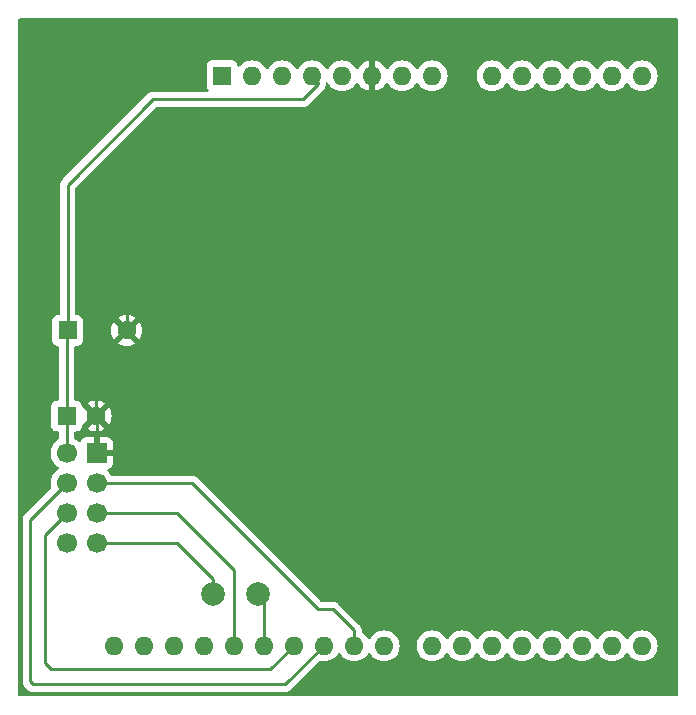
<source format=gbr>
%TF.GenerationSoftware,KiCad,Pcbnew,(6.0.9-0)*%
%TF.CreationDate,2022-11-25T12:00:29+04:00*%
%TF.ProjectId,KiCadPCB2,4b694361-6450-4434-9232-2e6b69636164,rev?*%
%TF.SameCoordinates,Original*%
%TF.FileFunction,Copper,L2,Bot*%
%TF.FilePolarity,Positive*%
%FSLAX46Y46*%
G04 Gerber Fmt 4.6, Leading zero omitted, Abs format (unit mm)*
G04 Created by KiCad (PCBNEW (6.0.9-0)) date 2022-11-25 12:00:29*
%MOMM*%
%LPD*%
G01*
G04 APERTURE LIST*
%TA.AperFunction,ComponentPad*%
%ADD10R,1.600000X1.600000*%
%TD*%
%TA.AperFunction,ComponentPad*%
%ADD11O,1.600000X1.600000*%
%TD*%
%TA.AperFunction,ComponentPad*%
%ADD12R,1.700000X1.700000*%
%TD*%
%TA.AperFunction,ComponentPad*%
%ADD13C,1.700000*%
%TD*%
%TA.AperFunction,ComponentPad*%
%ADD14C,1.600000*%
%TD*%
%TA.AperFunction,ViaPad*%
%ADD15C,2.000000*%
%TD*%
%TA.AperFunction,Conductor*%
%ADD16C,0.254000*%
%TD*%
G04 APERTURE END LIST*
D10*
%TO.P,A1,1,NC*%
%TO.N,unconnected-(A1-Pad1)*%
X136650000Y-66580000D03*
D11*
%TO.P,A1,2,IOREF*%
%TO.N,unconnected-(A1-Pad2)*%
X139190000Y-66580000D03*
%TO.P,A1,3,~{RESET}*%
%TO.N,unconnected-(A1-Pad3)*%
X141730000Y-66580000D03*
%TO.P,A1,4,3V3*%
%TO.N,Net-(A1-Pad4)*%
X144270000Y-66580000D03*
%TO.P,A1,5,+5V*%
%TO.N,unconnected-(A1-Pad5)*%
X146810000Y-66580000D03*
%TO.P,A1,6,GND*%
%TO.N,GND*%
X149350000Y-66580000D03*
%TO.P,A1,7,GND*%
%TO.N,unconnected-(A1-Pad7)*%
X151890000Y-66580000D03*
%TO.P,A1,8,VIN*%
%TO.N,unconnected-(A1-Pad8)*%
X154430000Y-66580000D03*
%TO.P,A1,9,A0*%
%TO.N,unconnected-(A1-Pad9)*%
X159510000Y-66580000D03*
%TO.P,A1,10,A1*%
%TO.N,unconnected-(A1-Pad10)*%
X162050000Y-66580000D03*
%TO.P,A1,11,A2*%
%TO.N,unconnected-(A1-Pad11)*%
X164590000Y-66580000D03*
%TO.P,A1,12,A3*%
%TO.N,unconnected-(A1-Pad12)*%
X167130000Y-66580000D03*
%TO.P,A1,13,A4*%
%TO.N,unconnected-(A1-Pad13)*%
X169670000Y-66580000D03*
%TO.P,A1,14,A5*%
%TO.N,unconnected-(A1-Pad14)*%
X172210000Y-66580000D03*
%TO.P,A1,15,D0/RX*%
%TO.N,unconnected-(A1-Pad15)*%
X172210000Y-114840000D03*
%TO.P,A1,16,D1/TX*%
%TO.N,unconnected-(A1-Pad16)*%
X169670000Y-114840000D03*
%TO.P,A1,17,D2/SDA*%
%TO.N,unconnected-(A1-Pad17)*%
X167130000Y-114840000D03*
%TO.P,A1,18,D3/SCL*%
%TO.N,unconnected-(A1-Pad18)*%
X164590000Y-114840000D03*
%TO.P,A1,19,D4*%
%TO.N,unconnected-(A1-Pad19)*%
X162050000Y-114840000D03*
%TO.P,A1,20,D5*%
%TO.N,unconnected-(A1-Pad20)*%
X159510000Y-114840000D03*
%TO.P,A1,21,D6*%
%TO.N,unconnected-(A1-Pad21)*%
X156970000Y-114840000D03*
%TO.P,A1,22,D7*%
%TO.N,unconnected-(A1-Pad22)*%
X154430000Y-114840000D03*
%TO.P,A1,23,D8*%
%TO.N,unconnected-(A1-Pad23)*%
X150370000Y-114840000D03*
%TO.P,A1,24,D9*%
%TO.N,Net-(A1-Pad24)*%
X147830000Y-114840000D03*
%TO.P,A1,25,D10*%
%TO.N,Net-(A1-Pad25)*%
X145290000Y-114840000D03*
%TO.P,A1,26,D11*%
%TO.N,Net-(A1-Pad26)*%
X142750000Y-114840000D03*
%TO.P,A1,27,D12*%
%TO.N,Net-(A1-Pad27)*%
X140210000Y-114840000D03*
%TO.P,A1,28,D13*%
%TO.N,Net-(A1-Pad28)*%
X137670000Y-114840000D03*
%TO.P,A1,29,GND*%
%TO.N,unconnected-(A1-Pad29)*%
X135130000Y-114840000D03*
%TO.P,A1,30,AREF*%
%TO.N,unconnected-(A1-Pad30)*%
X132590000Y-114840000D03*
%TO.P,A1,31,SDA/D2*%
%TO.N,unconnected-(A1-Pad31)*%
X130050000Y-114840000D03*
%TO.P,A1,32,SCL/D3*%
%TO.N,unconnected-(A1-Pad32)*%
X127510000Y-114840000D03*
%TD*%
D12*
%TO.P,U1,1,GND*%
%TO.N,GND*%
X126030000Y-98515000D03*
D13*
%TO.P,U1,2,VCC*%
%TO.N,Net-(A1-Pad4)*%
X123490000Y-98515000D03*
%TO.P,U1,3,CE*%
%TO.N,Net-(A1-Pad24)*%
X126030000Y-101055000D03*
%TO.P,U1,4,~{CSN}*%
%TO.N,Net-(A1-Pad25)*%
X123490000Y-101055000D03*
%TO.P,U1,5,SCK*%
%TO.N,Net-(A1-Pad28)*%
X126030000Y-103595000D03*
%TO.P,U1,6,MOSI*%
%TO.N,Net-(A1-Pad26)*%
X123490000Y-103595000D03*
%TO.P,U1,7,MISO*%
%TO.N,Net-(A1-Pad27)*%
X126030000Y-106135000D03*
%TO.P,U1,8,IRQ*%
%TO.N,unconnected-(U1-Pad8)*%
X123490000Y-106135000D03*
%TD*%
D10*
%TO.P,C2,1*%
%TO.N,Net-(A1-Pad4)*%
X123581349Y-88138000D03*
D14*
%TO.P,C2,2*%
%TO.N,GND*%
X128581349Y-88138000D03*
%TD*%
D10*
%TO.P,C1,1*%
%TO.N,Net-(A1-Pad4)*%
X123485144Y-95377000D03*
D14*
%TO.P,C1,2*%
%TO.N,GND*%
X125985144Y-95377000D03*
%TD*%
D15*
%TO.N,Net-(A1-Pad27)*%
X139700000Y-110490000D03*
X135890000Y-110490000D03*
%TD*%
D16*
%TO.N,Net-(A1-Pad27)*%
X139700000Y-110490000D02*
X140210000Y-111000000D01*
X140210000Y-111000000D02*
X140210000Y-114840000D01*
%TO.N,GND*%
X149350000Y-67820000D02*
X149350000Y-66580000D01*
X128581349Y-88138000D02*
X128581349Y-77158651D01*
X134620000Y-71120000D02*
X146050000Y-71120000D01*
X125985144Y-95377000D02*
X125985144Y-90734205D01*
X126030000Y-95421856D02*
X125985144Y-95377000D01*
X128581349Y-77158651D02*
X134620000Y-71120000D01*
X126030000Y-98515000D02*
X126030000Y-95421856D01*
X125985144Y-90734205D02*
X128581349Y-88138000D01*
X146050000Y-71120000D02*
X149350000Y-67820000D01*
%TO.N,Net-(A1-Pad4)*%
X123490000Y-98515000D02*
X123490000Y-95381856D01*
X144780000Y-67310000D02*
X144780000Y-67090000D01*
X123835349Y-95026795D02*
X123485144Y-95377000D01*
X123490000Y-95381856D02*
X123485144Y-95377000D01*
X123581349Y-88138000D02*
X123581349Y-75808651D01*
X144780000Y-67090000D02*
X144270000Y-66580000D01*
X123485144Y-95377000D02*
X123485144Y-88234205D01*
X123581349Y-75808651D02*
X130810000Y-68580000D01*
X123485144Y-88234205D02*
X123581349Y-88138000D01*
X143510000Y-68580000D02*
X144780000Y-67310000D01*
X130810000Y-68580000D02*
X143510000Y-68580000D01*
%TO.N,Net-(A1-Pad24)*%
X147830000Y-113540000D02*
X147830000Y-114840000D01*
X126030000Y-101055000D02*
X134075000Y-101055000D01*
X146050000Y-111760000D02*
X147830000Y-113540000D01*
X144780000Y-111760000D02*
X146050000Y-111760000D01*
X134075000Y-101055000D02*
X144780000Y-111760000D01*
%TO.N,Net-(A1-Pad25)*%
X120650000Y-118110000D02*
X142020000Y-118110000D01*
X142020000Y-118110000D02*
X145290000Y-114840000D01*
X123490000Y-101055000D02*
X120396000Y-104149000D01*
X120396000Y-117856000D02*
X120650000Y-118110000D01*
X120396000Y-104149000D02*
X120396000Y-117856000D01*
%TO.N,Net-(A1-Pad28)*%
X126030000Y-103595000D02*
X132805000Y-103595000D01*
X137670000Y-108460000D02*
X137670000Y-114840000D01*
X132805000Y-103595000D02*
X137670000Y-108460000D01*
%TO.N,Net-(A1-Pad26)*%
X140750000Y-116840000D02*
X142750000Y-114840000D01*
X123490000Y-103595000D02*
X121666000Y-105419000D01*
X121666000Y-105419000D02*
X121666000Y-116332000D01*
X121666000Y-116332000D02*
X122174000Y-116840000D01*
X122174000Y-116840000D02*
X140750000Y-116840000D01*
%TO.N,Net-(A1-Pad27)*%
X132805000Y-106135000D02*
X135890000Y-109220000D01*
X135890000Y-109220000D02*
X135890000Y-110490000D01*
X126030000Y-106135000D02*
X132805000Y-106135000D01*
%TD*%
%TA.AperFunction,Conductor*%
%TO.N,GND*%
G36*
X175201621Y-61742502D02*
G01*
X175248114Y-61796158D01*
X175259500Y-61848500D01*
X175259500Y-118999500D01*
X175239498Y-119067621D01*
X175185842Y-119114114D01*
X175133500Y-119125500D01*
X119506500Y-119125500D01*
X119438379Y-119105498D01*
X119391886Y-119051842D01*
X119380500Y-118999500D01*
X119380500Y-104128879D01*
X119755765Y-104128879D01*
X119756511Y-104136771D01*
X119759941Y-104173056D01*
X119760500Y-104184914D01*
X119760500Y-117776980D01*
X119759970Y-117788214D01*
X119758292Y-117795719D01*
X119758541Y-117803638D01*
X119760438Y-117864012D01*
X119760500Y-117867969D01*
X119760500Y-117895983D01*
X119760996Y-117899908D01*
X119760996Y-117899909D01*
X119761008Y-117900004D01*
X119761941Y-117911849D01*
X119763335Y-117956205D01*
X119765547Y-117963817D01*
X119769013Y-117975748D01*
X119773023Y-117995112D01*
X119775573Y-118015299D01*
X119778489Y-118022663D01*
X119778490Y-118022668D01*
X119791907Y-118056556D01*
X119795752Y-118067785D01*
X119808131Y-118110393D01*
X119812169Y-118117220D01*
X119812170Y-118117223D01*
X119818488Y-118127906D01*
X119827188Y-118145664D01*
X119831761Y-118157215D01*
X119831765Y-118157221D01*
X119834681Y-118164588D01*
X119839339Y-118170999D01*
X119839340Y-118171001D01*
X119860764Y-118200488D01*
X119867281Y-118210410D01*
X119885826Y-118241768D01*
X119885829Y-118241772D01*
X119889866Y-118248598D01*
X119904250Y-118262982D01*
X119917091Y-118278016D01*
X119929058Y-118294487D01*
X119935166Y-118299540D01*
X119963255Y-118322777D01*
X119972035Y-118330767D01*
X120144745Y-118503477D01*
X120152322Y-118511803D01*
X120156447Y-118518303D01*
X120162225Y-118523729D01*
X120162226Y-118523730D01*
X120206281Y-118565100D01*
X120209123Y-118567855D01*
X120228906Y-118587638D01*
X120232114Y-118590126D01*
X120241143Y-118597837D01*
X120273494Y-118628217D01*
X120280443Y-118632037D01*
X120291329Y-118638022D01*
X120307853Y-118648876D01*
X120323933Y-118661349D01*
X120331210Y-118664498D01*
X120364650Y-118678969D01*
X120375311Y-118684192D01*
X120407247Y-118701749D01*
X120407252Y-118701751D01*
X120414197Y-118705569D01*
X120421871Y-118707539D01*
X120421878Y-118707542D01*
X120433913Y-118710632D01*
X120452618Y-118717036D01*
X120464013Y-118721967D01*
X120471292Y-118725117D01*
X120486401Y-118727510D01*
X120515127Y-118732060D01*
X120526740Y-118734465D01*
X120569718Y-118745500D01*
X120590065Y-118745500D01*
X120609777Y-118747051D01*
X120629879Y-118750235D01*
X120637771Y-118749489D01*
X120674056Y-118746059D01*
X120685914Y-118745500D01*
X141940980Y-118745500D01*
X141952214Y-118746030D01*
X141959719Y-118747708D01*
X142028012Y-118745562D01*
X142031969Y-118745500D01*
X142059983Y-118745500D01*
X142063908Y-118745004D01*
X142063909Y-118745004D01*
X142064004Y-118744992D01*
X142075849Y-118744059D01*
X142105670Y-118743122D01*
X142112282Y-118742914D01*
X142112283Y-118742914D01*
X142120205Y-118742665D01*
X142139749Y-118736987D01*
X142159112Y-118732977D01*
X142171440Y-118731420D01*
X142171442Y-118731420D01*
X142179299Y-118730427D01*
X142186663Y-118727511D01*
X142186668Y-118727510D01*
X142220556Y-118714093D01*
X142231785Y-118710248D01*
X142248465Y-118705402D01*
X142274393Y-118697869D01*
X142281220Y-118693831D01*
X142281223Y-118693830D01*
X142291906Y-118687512D01*
X142309664Y-118678812D01*
X142321215Y-118674239D01*
X142321221Y-118674235D01*
X142328588Y-118671319D01*
X142337977Y-118664498D01*
X142364488Y-118645236D01*
X142374410Y-118638719D01*
X142405768Y-118620174D01*
X142405772Y-118620171D01*
X142412598Y-118616134D01*
X142426982Y-118601750D01*
X142442016Y-118588909D01*
X142452073Y-118581602D01*
X142458487Y-118576942D01*
X142486778Y-118542744D01*
X142494767Y-118533965D01*
X144878982Y-116149750D01*
X144941294Y-116115724D01*
X145000688Y-116117138D01*
X145056598Y-116132119D01*
X145056600Y-116132119D01*
X145061913Y-116133543D01*
X145290000Y-116153498D01*
X145518087Y-116133543D01*
X145523400Y-116132119D01*
X145523402Y-116132119D01*
X145733933Y-116075707D01*
X145733935Y-116075706D01*
X145739243Y-116074284D01*
X145744225Y-116071961D01*
X145941762Y-115979849D01*
X145941767Y-115979846D01*
X145946749Y-115977523D01*
X146051611Y-115904098D01*
X146129789Y-115849357D01*
X146129792Y-115849355D01*
X146134300Y-115846198D01*
X146296198Y-115684300D01*
X146427523Y-115496749D01*
X146429846Y-115491767D01*
X146429849Y-115491762D01*
X146445805Y-115457543D01*
X146492722Y-115404258D01*
X146560999Y-115384797D01*
X146628959Y-115405339D01*
X146674195Y-115457543D01*
X146690151Y-115491762D01*
X146690154Y-115491767D01*
X146692477Y-115496749D01*
X146823802Y-115684300D01*
X146985700Y-115846198D01*
X146990208Y-115849355D01*
X146990211Y-115849357D01*
X147068389Y-115904098D01*
X147173251Y-115977523D01*
X147178233Y-115979846D01*
X147178238Y-115979849D01*
X147375775Y-116071961D01*
X147380757Y-116074284D01*
X147386065Y-116075706D01*
X147386067Y-116075707D01*
X147596598Y-116132119D01*
X147596600Y-116132119D01*
X147601913Y-116133543D01*
X147830000Y-116153498D01*
X148058087Y-116133543D01*
X148063400Y-116132119D01*
X148063402Y-116132119D01*
X148273933Y-116075707D01*
X148273935Y-116075706D01*
X148279243Y-116074284D01*
X148284225Y-116071961D01*
X148481762Y-115979849D01*
X148481767Y-115979846D01*
X148486749Y-115977523D01*
X148591611Y-115904098D01*
X148669789Y-115849357D01*
X148669792Y-115849355D01*
X148674300Y-115846198D01*
X148836198Y-115684300D01*
X148967523Y-115496749D01*
X148969846Y-115491767D01*
X148969849Y-115491762D01*
X148985805Y-115457543D01*
X149032722Y-115404258D01*
X149100999Y-115384797D01*
X149168959Y-115405339D01*
X149214195Y-115457543D01*
X149230151Y-115491762D01*
X149230154Y-115491767D01*
X149232477Y-115496749D01*
X149363802Y-115684300D01*
X149525700Y-115846198D01*
X149530208Y-115849355D01*
X149530211Y-115849357D01*
X149608389Y-115904098D01*
X149713251Y-115977523D01*
X149718233Y-115979846D01*
X149718238Y-115979849D01*
X149915775Y-116071961D01*
X149920757Y-116074284D01*
X149926065Y-116075706D01*
X149926067Y-116075707D01*
X150136598Y-116132119D01*
X150136600Y-116132119D01*
X150141913Y-116133543D01*
X150370000Y-116153498D01*
X150598087Y-116133543D01*
X150603400Y-116132119D01*
X150603402Y-116132119D01*
X150813933Y-116075707D01*
X150813935Y-116075706D01*
X150819243Y-116074284D01*
X150824225Y-116071961D01*
X151021762Y-115979849D01*
X151021767Y-115979846D01*
X151026749Y-115977523D01*
X151131611Y-115904098D01*
X151209789Y-115849357D01*
X151209792Y-115849355D01*
X151214300Y-115846198D01*
X151376198Y-115684300D01*
X151507523Y-115496749D01*
X151509846Y-115491767D01*
X151509849Y-115491762D01*
X151601961Y-115294225D01*
X151601961Y-115294224D01*
X151604284Y-115289243D01*
X151663543Y-115068087D01*
X151683498Y-114840000D01*
X153116502Y-114840000D01*
X153136457Y-115068087D01*
X153195716Y-115289243D01*
X153198039Y-115294224D01*
X153198039Y-115294225D01*
X153290151Y-115491762D01*
X153290154Y-115491767D01*
X153292477Y-115496749D01*
X153423802Y-115684300D01*
X153585700Y-115846198D01*
X153590208Y-115849355D01*
X153590211Y-115849357D01*
X153668389Y-115904098D01*
X153773251Y-115977523D01*
X153778233Y-115979846D01*
X153778238Y-115979849D01*
X153975775Y-116071961D01*
X153980757Y-116074284D01*
X153986065Y-116075706D01*
X153986067Y-116075707D01*
X154196598Y-116132119D01*
X154196600Y-116132119D01*
X154201913Y-116133543D01*
X154430000Y-116153498D01*
X154658087Y-116133543D01*
X154663400Y-116132119D01*
X154663402Y-116132119D01*
X154873933Y-116075707D01*
X154873935Y-116075706D01*
X154879243Y-116074284D01*
X154884225Y-116071961D01*
X155081762Y-115979849D01*
X155081767Y-115979846D01*
X155086749Y-115977523D01*
X155191611Y-115904098D01*
X155269789Y-115849357D01*
X155269792Y-115849355D01*
X155274300Y-115846198D01*
X155436198Y-115684300D01*
X155567523Y-115496749D01*
X155569846Y-115491767D01*
X155569849Y-115491762D01*
X155585805Y-115457543D01*
X155632722Y-115404258D01*
X155700999Y-115384797D01*
X155768959Y-115405339D01*
X155814195Y-115457543D01*
X155830151Y-115491762D01*
X155830154Y-115491767D01*
X155832477Y-115496749D01*
X155963802Y-115684300D01*
X156125700Y-115846198D01*
X156130208Y-115849355D01*
X156130211Y-115849357D01*
X156208389Y-115904098D01*
X156313251Y-115977523D01*
X156318233Y-115979846D01*
X156318238Y-115979849D01*
X156515775Y-116071961D01*
X156520757Y-116074284D01*
X156526065Y-116075706D01*
X156526067Y-116075707D01*
X156736598Y-116132119D01*
X156736600Y-116132119D01*
X156741913Y-116133543D01*
X156970000Y-116153498D01*
X157198087Y-116133543D01*
X157203400Y-116132119D01*
X157203402Y-116132119D01*
X157413933Y-116075707D01*
X157413935Y-116075706D01*
X157419243Y-116074284D01*
X157424225Y-116071961D01*
X157621762Y-115979849D01*
X157621767Y-115979846D01*
X157626749Y-115977523D01*
X157731611Y-115904098D01*
X157809789Y-115849357D01*
X157809792Y-115849355D01*
X157814300Y-115846198D01*
X157976198Y-115684300D01*
X158107523Y-115496749D01*
X158109846Y-115491767D01*
X158109849Y-115491762D01*
X158125805Y-115457543D01*
X158172722Y-115404258D01*
X158240999Y-115384797D01*
X158308959Y-115405339D01*
X158354195Y-115457543D01*
X158370151Y-115491762D01*
X158370154Y-115491767D01*
X158372477Y-115496749D01*
X158503802Y-115684300D01*
X158665700Y-115846198D01*
X158670208Y-115849355D01*
X158670211Y-115849357D01*
X158748389Y-115904098D01*
X158853251Y-115977523D01*
X158858233Y-115979846D01*
X158858238Y-115979849D01*
X159055775Y-116071961D01*
X159060757Y-116074284D01*
X159066065Y-116075706D01*
X159066067Y-116075707D01*
X159276598Y-116132119D01*
X159276600Y-116132119D01*
X159281913Y-116133543D01*
X159510000Y-116153498D01*
X159738087Y-116133543D01*
X159743400Y-116132119D01*
X159743402Y-116132119D01*
X159953933Y-116075707D01*
X159953935Y-116075706D01*
X159959243Y-116074284D01*
X159964225Y-116071961D01*
X160161762Y-115979849D01*
X160161767Y-115979846D01*
X160166749Y-115977523D01*
X160271611Y-115904098D01*
X160349789Y-115849357D01*
X160349792Y-115849355D01*
X160354300Y-115846198D01*
X160516198Y-115684300D01*
X160647523Y-115496749D01*
X160649846Y-115491767D01*
X160649849Y-115491762D01*
X160665805Y-115457543D01*
X160712722Y-115404258D01*
X160780999Y-115384797D01*
X160848959Y-115405339D01*
X160894195Y-115457543D01*
X160910151Y-115491762D01*
X160910154Y-115491767D01*
X160912477Y-115496749D01*
X161043802Y-115684300D01*
X161205700Y-115846198D01*
X161210208Y-115849355D01*
X161210211Y-115849357D01*
X161288389Y-115904098D01*
X161393251Y-115977523D01*
X161398233Y-115979846D01*
X161398238Y-115979849D01*
X161595775Y-116071961D01*
X161600757Y-116074284D01*
X161606065Y-116075706D01*
X161606067Y-116075707D01*
X161816598Y-116132119D01*
X161816600Y-116132119D01*
X161821913Y-116133543D01*
X162050000Y-116153498D01*
X162278087Y-116133543D01*
X162283400Y-116132119D01*
X162283402Y-116132119D01*
X162493933Y-116075707D01*
X162493935Y-116075706D01*
X162499243Y-116074284D01*
X162504225Y-116071961D01*
X162701762Y-115979849D01*
X162701767Y-115979846D01*
X162706749Y-115977523D01*
X162811611Y-115904098D01*
X162889789Y-115849357D01*
X162889792Y-115849355D01*
X162894300Y-115846198D01*
X163056198Y-115684300D01*
X163187523Y-115496749D01*
X163189846Y-115491767D01*
X163189849Y-115491762D01*
X163205805Y-115457543D01*
X163252722Y-115404258D01*
X163320999Y-115384797D01*
X163388959Y-115405339D01*
X163434195Y-115457543D01*
X163450151Y-115491762D01*
X163450154Y-115491767D01*
X163452477Y-115496749D01*
X163583802Y-115684300D01*
X163745700Y-115846198D01*
X163750208Y-115849355D01*
X163750211Y-115849357D01*
X163828389Y-115904098D01*
X163933251Y-115977523D01*
X163938233Y-115979846D01*
X163938238Y-115979849D01*
X164135775Y-116071961D01*
X164140757Y-116074284D01*
X164146065Y-116075706D01*
X164146067Y-116075707D01*
X164356598Y-116132119D01*
X164356600Y-116132119D01*
X164361913Y-116133543D01*
X164590000Y-116153498D01*
X164818087Y-116133543D01*
X164823400Y-116132119D01*
X164823402Y-116132119D01*
X165033933Y-116075707D01*
X165033935Y-116075706D01*
X165039243Y-116074284D01*
X165044225Y-116071961D01*
X165241762Y-115979849D01*
X165241767Y-115979846D01*
X165246749Y-115977523D01*
X165351611Y-115904098D01*
X165429789Y-115849357D01*
X165429792Y-115849355D01*
X165434300Y-115846198D01*
X165596198Y-115684300D01*
X165727523Y-115496749D01*
X165729846Y-115491767D01*
X165729849Y-115491762D01*
X165745805Y-115457543D01*
X165792722Y-115404258D01*
X165860999Y-115384797D01*
X165928959Y-115405339D01*
X165974195Y-115457543D01*
X165990151Y-115491762D01*
X165990154Y-115491767D01*
X165992477Y-115496749D01*
X166123802Y-115684300D01*
X166285700Y-115846198D01*
X166290208Y-115849355D01*
X166290211Y-115849357D01*
X166368389Y-115904098D01*
X166473251Y-115977523D01*
X166478233Y-115979846D01*
X166478238Y-115979849D01*
X166675775Y-116071961D01*
X166680757Y-116074284D01*
X166686065Y-116075706D01*
X166686067Y-116075707D01*
X166896598Y-116132119D01*
X166896600Y-116132119D01*
X166901913Y-116133543D01*
X167130000Y-116153498D01*
X167358087Y-116133543D01*
X167363400Y-116132119D01*
X167363402Y-116132119D01*
X167573933Y-116075707D01*
X167573935Y-116075706D01*
X167579243Y-116074284D01*
X167584225Y-116071961D01*
X167781762Y-115979849D01*
X167781767Y-115979846D01*
X167786749Y-115977523D01*
X167891611Y-115904098D01*
X167969789Y-115849357D01*
X167969792Y-115849355D01*
X167974300Y-115846198D01*
X168136198Y-115684300D01*
X168267523Y-115496749D01*
X168269846Y-115491767D01*
X168269849Y-115491762D01*
X168285805Y-115457543D01*
X168332722Y-115404258D01*
X168400999Y-115384797D01*
X168468959Y-115405339D01*
X168514195Y-115457543D01*
X168530151Y-115491762D01*
X168530154Y-115491767D01*
X168532477Y-115496749D01*
X168663802Y-115684300D01*
X168825700Y-115846198D01*
X168830208Y-115849355D01*
X168830211Y-115849357D01*
X168908389Y-115904098D01*
X169013251Y-115977523D01*
X169018233Y-115979846D01*
X169018238Y-115979849D01*
X169215775Y-116071961D01*
X169220757Y-116074284D01*
X169226065Y-116075706D01*
X169226067Y-116075707D01*
X169436598Y-116132119D01*
X169436600Y-116132119D01*
X169441913Y-116133543D01*
X169670000Y-116153498D01*
X169898087Y-116133543D01*
X169903400Y-116132119D01*
X169903402Y-116132119D01*
X170113933Y-116075707D01*
X170113935Y-116075706D01*
X170119243Y-116074284D01*
X170124225Y-116071961D01*
X170321762Y-115979849D01*
X170321767Y-115979846D01*
X170326749Y-115977523D01*
X170431611Y-115904098D01*
X170509789Y-115849357D01*
X170509792Y-115849355D01*
X170514300Y-115846198D01*
X170676198Y-115684300D01*
X170807523Y-115496749D01*
X170809846Y-115491767D01*
X170809849Y-115491762D01*
X170825805Y-115457543D01*
X170872722Y-115404258D01*
X170940999Y-115384797D01*
X171008959Y-115405339D01*
X171054195Y-115457543D01*
X171070151Y-115491762D01*
X171070154Y-115491767D01*
X171072477Y-115496749D01*
X171203802Y-115684300D01*
X171365700Y-115846198D01*
X171370208Y-115849355D01*
X171370211Y-115849357D01*
X171448389Y-115904098D01*
X171553251Y-115977523D01*
X171558233Y-115979846D01*
X171558238Y-115979849D01*
X171755775Y-116071961D01*
X171760757Y-116074284D01*
X171766065Y-116075706D01*
X171766067Y-116075707D01*
X171976598Y-116132119D01*
X171976600Y-116132119D01*
X171981913Y-116133543D01*
X172210000Y-116153498D01*
X172438087Y-116133543D01*
X172443400Y-116132119D01*
X172443402Y-116132119D01*
X172653933Y-116075707D01*
X172653935Y-116075706D01*
X172659243Y-116074284D01*
X172664225Y-116071961D01*
X172861762Y-115979849D01*
X172861767Y-115979846D01*
X172866749Y-115977523D01*
X172971611Y-115904098D01*
X173049789Y-115849357D01*
X173049792Y-115849355D01*
X173054300Y-115846198D01*
X173216198Y-115684300D01*
X173347523Y-115496749D01*
X173349846Y-115491767D01*
X173349849Y-115491762D01*
X173441961Y-115294225D01*
X173441961Y-115294224D01*
X173444284Y-115289243D01*
X173503543Y-115068087D01*
X173523498Y-114840000D01*
X173503543Y-114611913D01*
X173444284Y-114390757D01*
X173365805Y-114222457D01*
X173349849Y-114188238D01*
X173349846Y-114188233D01*
X173347523Y-114183251D01*
X173216198Y-113995700D01*
X173054300Y-113833802D01*
X173049792Y-113830645D01*
X173049789Y-113830643D01*
X172899229Y-113725220D01*
X172866749Y-113702477D01*
X172861767Y-113700154D01*
X172861762Y-113700151D01*
X172664225Y-113608039D01*
X172664224Y-113608039D01*
X172659243Y-113605716D01*
X172653935Y-113604294D01*
X172653933Y-113604293D01*
X172443402Y-113547881D01*
X172443400Y-113547881D01*
X172438087Y-113546457D01*
X172210000Y-113526502D01*
X171981913Y-113546457D01*
X171976600Y-113547881D01*
X171976598Y-113547881D01*
X171766067Y-113604293D01*
X171766065Y-113604294D01*
X171760757Y-113605716D01*
X171755776Y-113608039D01*
X171755775Y-113608039D01*
X171558238Y-113700151D01*
X171558233Y-113700154D01*
X171553251Y-113702477D01*
X171520771Y-113725220D01*
X171370211Y-113830643D01*
X171370208Y-113830645D01*
X171365700Y-113833802D01*
X171203802Y-113995700D01*
X171072477Y-114183251D01*
X171070154Y-114188233D01*
X171070151Y-114188238D01*
X171054195Y-114222457D01*
X171007278Y-114275742D01*
X170939001Y-114295203D01*
X170871041Y-114274661D01*
X170825805Y-114222457D01*
X170809849Y-114188238D01*
X170809846Y-114188233D01*
X170807523Y-114183251D01*
X170676198Y-113995700D01*
X170514300Y-113833802D01*
X170509792Y-113830645D01*
X170509789Y-113830643D01*
X170359229Y-113725220D01*
X170326749Y-113702477D01*
X170321767Y-113700154D01*
X170321762Y-113700151D01*
X170124225Y-113608039D01*
X170124224Y-113608039D01*
X170119243Y-113605716D01*
X170113935Y-113604294D01*
X170113933Y-113604293D01*
X169903402Y-113547881D01*
X169903400Y-113547881D01*
X169898087Y-113546457D01*
X169670000Y-113526502D01*
X169441913Y-113546457D01*
X169436600Y-113547881D01*
X169436598Y-113547881D01*
X169226067Y-113604293D01*
X169226065Y-113604294D01*
X169220757Y-113605716D01*
X169215776Y-113608039D01*
X169215775Y-113608039D01*
X169018238Y-113700151D01*
X169018233Y-113700154D01*
X169013251Y-113702477D01*
X168980771Y-113725220D01*
X168830211Y-113830643D01*
X168830208Y-113830645D01*
X168825700Y-113833802D01*
X168663802Y-113995700D01*
X168532477Y-114183251D01*
X168530154Y-114188233D01*
X168530151Y-114188238D01*
X168514195Y-114222457D01*
X168467278Y-114275742D01*
X168399001Y-114295203D01*
X168331041Y-114274661D01*
X168285805Y-114222457D01*
X168269849Y-114188238D01*
X168269846Y-114188233D01*
X168267523Y-114183251D01*
X168136198Y-113995700D01*
X167974300Y-113833802D01*
X167969792Y-113830645D01*
X167969789Y-113830643D01*
X167819229Y-113725220D01*
X167786749Y-113702477D01*
X167781767Y-113700154D01*
X167781762Y-113700151D01*
X167584225Y-113608039D01*
X167584224Y-113608039D01*
X167579243Y-113605716D01*
X167573935Y-113604294D01*
X167573933Y-113604293D01*
X167363402Y-113547881D01*
X167363400Y-113547881D01*
X167358087Y-113546457D01*
X167130000Y-113526502D01*
X166901913Y-113546457D01*
X166896600Y-113547881D01*
X166896598Y-113547881D01*
X166686067Y-113604293D01*
X166686065Y-113604294D01*
X166680757Y-113605716D01*
X166675776Y-113608039D01*
X166675775Y-113608039D01*
X166478238Y-113700151D01*
X166478233Y-113700154D01*
X166473251Y-113702477D01*
X166440771Y-113725220D01*
X166290211Y-113830643D01*
X166290208Y-113830645D01*
X166285700Y-113833802D01*
X166123802Y-113995700D01*
X165992477Y-114183251D01*
X165990154Y-114188233D01*
X165990151Y-114188238D01*
X165974195Y-114222457D01*
X165927278Y-114275742D01*
X165859001Y-114295203D01*
X165791041Y-114274661D01*
X165745805Y-114222457D01*
X165729849Y-114188238D01*
X165729846Y-114188233D01*
X165727523Y-114183251D01*
X165596198Y-113995700D01*
X165434300Y-113833802D01*
X165429792Y-113830645D01*
X165429789Y-113830643D01*
X165279229Y-113725220D01*
X165246749Y-113702477D01*
X165241767Y-113700154D01*
X165241762Y-113700151D01*
X165044225Y-113608039D01*
X165044224Y-113608039D01*
X165039243Y-113605716D01*
X165033935Y-113604294D01*
X165033933Y-113604293D01*
X164823402Y-113547881D01*
X164823400Y-113547881D01*
X164818087Y-113546457D01*
X164590000Y-113526502D01*
X164361913Y-113546457D01*
X164356600Y-113547881D01*
X164356598Y-113547881D01*
X164146067Y-113604293D01*
X164146065Y-113604294D01*
X164140757Y-113605716D01*
X164135776Y-113608039D01*
X164135775Y-113608039D01*
X163938238Y-113700151D01*
X163938233Y-113700154D01*
X163933251Y-113702477D01*
X163900771Y-113725220D01*
X163750211Y-113830643D01*
X163750208Y-113830645D01*
X163745700Y-113833802D01*
X163583802Y-113995700D01*
X163452477Y-114183251D01*
X163450154Y-114188233D01*
X163450151Y-114188238D01*
X163434195Y-114222457D01*
X163387278Y-114275742D01*
X163319001Y-114295203D01*
X163251041Y-114274661D01*
X163205805Y-114222457D01*
X163189849Y-114188238D01*
X163189846Y-114188233D01*
X163187523Y-114183251D01*
X163056198Y-113995700D01*
X162894300Y-113833802D01*
X162889792Y-113830645D01*
X162889789Y-113830643D01*
X162739229Y-113725220D01*
X162706749Y-113702477D01*
X162701767Y-113700154D01*
X162701762Y-113700151D01*
X162504225Y-113608039D01*
X162504224Y-113608039D01*
X162499243Y-113605716D01*
X162493935Y-113604294D01*
X162493933Y-113604293D01*
X162283402Y-113547881D01*
X162283400Y-113547881D01*
X162278087Y-113546457D01*
X162050000Y-113526502D01*
X161821913Y-113546457D01*
X161816600Y-113547881D01*
X161816598Y-113547881D01*
X161606067Y-113604293D01*
X161606065Y-113604294D01*
X161600757Y-113605716D01*
X161595776Y-113608039D01*
X161595775Y-113608039D01*
X161398238Y-113700151D01*
X161398233Y-113700154D01*
X161393251Y-113702477D01*
X161360771Y-113725220D01*
X161210211Y-113830643D01*
X161210208Y-113830645D01*
X161205700Y-113833802D01*
X161043802Y-113995700D01*
X160912477Y-114183251D01*
X160910154Y-114188233D01*
X160910151Y-114188238D01*
X160894195Y-114222457D01*
X160847278Y-114275742D01*
X160779001Y-114295203D01*
X160711041Y-114274661D01*
X160665805Y-114222457D01*
X160649849Y-114188238D01*
X160649846Y-114188233D01*
X160647523Y-114183251D01*
X160516198Y-113995700D01*
X160354300Y-113833802D01*
X160349792Y-113830645D01*
X160349789Y-113830643D01*
X160199229Y-113725220D01*
X160166749Y-113702477D01*
X160161767Y-113700154D01*
X160161762Y-113700151D01*
X159964225Y-113608039D01*
X159964224Y-113608039D01*
X159959243Y-113605716D01*
X159953935Y-113604294D01*
X159953933Y-113604293D01*
X159743402Y-113547881D01*
X159743400Y-113547881D01*
X159738087Y-113546457D01*
X159510000Y-113526502D01*
X159281913Y-113546457D01*
X159276600Y-113547881D01*
X159276598Y-113547881D01*
X159066067Y-113604293D01*
X159066065Y-113604294D01*
X159060757Y-113605716D01*
X159055776Y-113608039D01*
X159055775Y-113608039D01*
X158858238Y-113700151D01*
X158858233Y-113700154D01*
X158853251Y-113702477D01*
X158820771Y-113725220D01*
X158670211Y-113830643D01*
X158670208Y-113830645D01*
X158665700Y-113833802D01*
X158503802Y-113995700D01*
X158372477Y-114183251D01*
X158370154Y-114188233D01*
X158370151Y-114188238D01*
X158354195Y-114222457D01*
X158307278Y-114275742D01*
X158239001Y-114295203D01*
X158171041Y-114274661D01*
X158125805Y-114222457D01*
X158109849Y-114188238D01*
X158109846Y-114188233D01*
X158107523Y-114183251D01*
X157976198Y-113995700D01*
X157814300Y-113833802D01*
X157809792Y-113830645D01*
X157809789Y-113830643D01*
X157659229Y-113725220D01*
X157626749Y-113702477D01*
X157621767Y-113700154D01*
X157621762Y-113700151D01*
X157424225Y-113608039D01*
X157424224Y-113608039D01*
X157419243Y-113605716D01*
X157413935Y-113604294D01*
X157413933Y-113604293D01*
X157203402Y-113547881D01*
X157203400Y-113547881D01*
X157198087Y-113546457D01*
X156970000Y-113526502D01*
X156741913Y-113546457D01*
X156736600Y-113547881D01*
X156736598Y-113547881D01*
X156526067Y-113604293D01*
X156526065Y-113604294D01*
X156520757Y-113605716D01*
X156515776Y-113608039D01*
X156515775Y-113608039D01*
X156318238Y-113700151D01*
X156318233Y-113700154D01*
X156313251Y-113702477D01*
X156280771Y-113725220D01*
X156130211Y-113830643D01*
X156130208Y-113830645D01*
X156125700Y-113833802D01*
X155963802Y-113995700D01*
X155832477Y-114183251D01*
X155830154Y-114188233D01*
X155830151Y-114188238D01*
X155814195Y-114222457D01*
X155767278Y-114275742D01*
X155699001Y-114295203D01*
X155631041Y-114274661D01*
X155585805Y-114222457D01*
X155569849Y-114188238D01*
X155569846Y-114188233D01*
X155567523Y-114183251D01*
X155436198Y-113995700D01*
X155274300Y-113833802D01*
X155269792Y-113830645D01*
X155269789Y-113830643D01*
X155119229Y-113725220D01*
X155086749Y-113702477D01*
X155081767Y-113700154D01*
X155081762Y-113700151D01*
X154884225Y-113608039D01*
X154884224Y-113608039D01*
X154879243Y-113605716D01*
X154873935Y-113604294D01*
X154873933Y-113604293D01*
X154663402Y-113547881D01*
X154663400Y-113547881D01*
X154658087Y-113546457D01*
X154430000Y-113526502D01*
X154201913Y-113546457D01*
X154196600Y-113547881D01*
X154196598Y-113547881D01*
X153986067Y-113604293D01*
X153986065Y-113604294D01*
X153980757Y-113605716D01*
X153975776Y-113608039D01*
X153975775Y-113608039D01*
X153778238Y-113700151D01*
X153778233Y-113700154D01*
X153773251Y-113702477D01*
X153740771Y-113725220D01*
X153590211Y-113830643D01*
X153590208Y-113830645D01*
X153585700Y-113833802D01*
X153423802Y-113995700D01*
X153292477Y-114183251D01*
X153290154Y-114188233D01*
X153290151Y-114188238D01*
X153274195Y-114222457D01*
X153195716Y-114390757D01*
X153136457Y-114611913D01*
X153116502Y-114840000D01*
X151683498Y-114840000D01*
X151663543Y-114611913D01*
X151604284Y-114390757D01*
X151525805Y-114222457D01*
X151509849Y-114188238D01*
X151509846Y-114188233D01*
X151507523Y-114183251D01*
X151376198Y-113995700D01*
X151214300Y-113833802D01*
X151209792Y-113830645D01*
X151209789Y-113830643D01*
X151059229Y-113725220D01*
X151026749Y-113702477D01*
X151021767Y-113700154D01*
X151021762Y-113700151D01*
X150824225Y-113608039D01*
X150824224Y-113608039D01*
X150819243Y-113605716D01*
X150813935Y-113604294D01*
X150813933Y-113604293D01*
X150603402Y-113547881D01*
X150603400Y-113547881D01*
X150598087Y-113546457D01*
X150370000Y-113526502D01*
X150141913Y-113546457D01*
X150136600Y-113547881D01*
X150136598Y-113547881D01*
X149926067Y-113604293D01*
X149926065Y-113604294D01*
X149920757Y-113605716D01*
X149915776Y-113608039D01*
X149915775Y-113608039D01*
X149718238Y-113700151D01*
X149718233Y-113700154D01*
X149713251Y-113702477D01*
X149680771Y-113725220D01*
X149530211Y-113830643D01*
X149530208Y-113830645D01*
X149525700Y-113833802D01*
X149363802Y-113995700D01*
X149232477Y-114183251D01*
X149230154Y-114188233D01*
X149230151Y-114188238D01*
X149214195Y-114222457D01*
X149167278Y-114275742D01*
X149099001Y-114295203D01*
X149031041Y-114274661D01*
X148985805Y-114222457D01*
X148969849Y-114188238D01*
X148969846Y-114188233D01*
X148967523Y-114183251D01*
X148836198Y-113995700D01*
X148674300Y-113833802D01*
X148669792Y-113830645D01*
X148669789Y-113830643D01*
X148519229Y-113725220D01*
X148474901Y-113669763D01*
X148465500Y-113622007D01*
X148465500Y-113619020D01*
X148466030Y-113607786D01*
X148467708Y-113600281D01*
X148465562Y-113531988D01*
X148465500Y-113528031D01*
X148465500Y-113500017D01*
X148464992Y-113495996D01*
X148464058Y-113484144D01*
X148462914Y-113447718D01*
X148462914Y-113447717D01*
X148462665Y-113439795D01*
X148456987Y-113420251D01*
X148452977Y-113400888D01*
X148451420Y-113388560D01*
X148451420Y-113388558D01*
X148450427Y-113380701D01*
X148447511Y-113373337D01*
X148447510Y-113373332D01*
X148434093Y-113339444D01*
X148430248Y-113328215D01*
X148420080Y-113293219D01*
X148417869Y-113285607D01*
X148407510Y-113268091D01*
X148398813Y-113250341D01*
X148391319Y-113231412D01*
X148365240Y-113195517D01*
X148358722Y-113185595D01*
X148340170Y-113154224D01*
X148340166Y-113154219D01*
X148336134Y-113147401D01*
X148321747Y-113133014D01*
X148308906Y-113117980D01*
X148301602Y-113107927D01*
X148296942Y-113101513D01*
X148262750Y-113073227D01*
X148253971Y-113065238D01*
X146555250Y-111366517D01*
X146547674Y-111358191D01*
X146543553Y-111351697D01*
X146493734Y-111304914D01*
X146490893Y-111302160D01*
X146471094Y-111282361D01*
X146467969Y-111279937D01*
X146467960Y-111279929D01*
X146467874Y-111279863D01*
X146458849Y-111272155D01*
X146432285Y-111247210D01*
X146426506Y-111241783D01*
X146408669Y-111231977D01*
X146392153Y-111221127D01*
X146376067Y-111208650D01*
X146335334Y-111191024D01*
X146324686Y-111185807D01*
X146313058Y-111179415D01*
X146285803Y-111164431D01*
X146278128Y-111162460D01*
X146278122Y-111162458D01*
X146266089Y-111159369D01*
X146247387Y-111152966D01*
X146228708Y-111144883D01*
X146194872Y-111139524D01*
X146184873Y-111137940D01*
X146173260Y-111135535D01*
X146130282Y-111124500D01*
X146109935Y-111124500D01*
X146090224Y-111122949D01*
X146077950Y-111121005D01*
X146070121Y-111119765D01*
X146062229Y-111120511D01*
X146025944Y-111123941D01*
X146014086Y-111124500D01*
X145095423Y-111124500D01*
X145027302Y-111104498D01*
X145006328Y-111087595D01*
X134580250Y-100661517D01*
X134572674Y-100653191D01*
X134568553Y-100646697D01*
X134518734Y-100599914D01*
X134515893Y-100597160D01*
X134496094Y-100577361D01*
X134492969Y-100574937D01*
X134492960Y-100574929D01*
X134492874Y-100574863D01*
X134483849Y-100567155D01*
X134457285Y-100542210D01*
X134451506Y-100536783D01*
X134433669Y-100526977D01*
X134417153Y-100516127D01*
X134401067Y-100503650D01*
X134360334Y-100486024D01*
X134349686Y-100480807D01*
X134338058Y-100474415D01*
X134310803Y-100459431D01*
X134303128Y-100457460D01*
X134303122Y-100457458D01*
X134291089Y-100454369D01*
X134272387Y-100447966D01*
X134253708Y-100439883D01*
X134219872Y-100434524D01*
X134209873Y-100432940D01*
X134198260Y-100430535D01*
X134155282Y-100419500D01*
X134134935Y-100419500D01*
X134115224Y-100417949D01*
X134102950Y-100416005D01*
X134095121Y-100414765D01*
X134087229Y-100415511D01*
X134050944Y-100418941D01*
X134039086Y-100419500D01*
X127305511Y-100419500D01*
X127237390Y-100399498D01*
X127199719Y-100361940D01*
X127193324Y-100352054D01*
X127110014Y-100223277D01*
X127106538Y-100219457D01*
X127106533Y-100219450D01*
X126962435Y-100061088D01*
X126931383Y-99997242D01*
X126939779Y-99926744D01*
X126984956Y-99871976D01*
X127011400Y-99858307D01*
X127118052Y-99818325D01*
X127133649Y-99809786D01*
X127235724Y-99733285D01*
X127248285Y-99720724D01*
X127324786Y-99618649D01*
X127333324Y-99603054D01*
X127378478Y-99482606D01*
X127382105Y-99467351D01*
X127387631Y-99416486D01*
X127388000Y-99409672D01*
X127388000Y-98787115D01*
X127383525Y-98771876D01*
X127382135Y-98770671D01*
X127374452Y-98769000D01*
X125902000Y-98769000D01*
X125833879Y-98748998D01*
X125787386Y-98695342D01*
X125776000Y-98643000D01*
X125776000Y-98242885D01*
X126284000Y-98242885D01*
X126288475Y-98258124D01*
X126289865Y-98259329D01*
X126297548Y-98261000D01*
X127369884Y-98261000D01*
X127385123Y-98256525D01*
X127386328Y-98255135D01*
X127387999Y-98247452D01*
X127387999Y-97620331D01*
X127387629Y-97613510D01*
X127382105Y-97562648D01*
X127378479Y-97547396D01*
X127333324Y-97426946D01*
X127324786Y-97411351D01*
X127248285Y-97309276D01*
X127235724Y-97296715D01*
X127133649Y-97220214D01*
X127118054Y-97211676D01*
X126997606Y-97166522D01*
X126982351Y-97162895D01*
X126931486Y-97157369D01*
X126924672Y-97157000D01*
X126302115Y-97157000D01*
X126286876Y-97161475D01*
X126285671Y-97162865D01*
X126284000Y-97170548D01*
X126284000Y-98242885D01*
X125776000Y-98242885D01*
X125776000Y-97175116D01*
X125771525Y-97159877D01*
X125770135Y-97158672D01*
X125762452Y-97157001D01*
X125135331Y-97157001D01*
X125128510Y-97157371D01*
X125077648Y-97162895D01*
X125062396Y-97166521D01*
X124941946Y-97211676D01*
X124926351Y-97220214D01*
X124824276Y-97296715D01*
X124811715Y-97309276D01*
X124735214Y-97411351D01*
X124726676Y-97426946D01*
X124685297Y-97537322D01*
X124642655Y-97594087D01*
X124576093Y-97618786D01*
X124506744Y-97603578D01*
X124474121Y-97577891D01*
X124423151Y-97521876D01*
X124423148Y-97521873D01*
X124419670Y-97518051D01*
X124415619Y-97514852D01*
X124415615Y-97514848D01*
X124248414Y-97382800D01*
X124248410Y-97382798D01*
X124244359Y-97379598D01*
X124239835Y-97377101D01*
X124239831Y-97377098D01*
X124190608Y-97349926D01*
X124140636Y-97299494D01*
X124125500Y-97239617D01*
X124125500Y-96811500D01*
X124145502Y-96743379D01*
X124199158Y-96696886D01*
X124251500Y-96685500D01*
X124333278Y-96685500D01*
X124395460Y-96678745D01*
X124531849Y-96627615D01*
X124648405Y-96540261D01*
X124706263Y-96463062D01*
X125263637Y-96463062D01*
X125272933Y-96475077D01*
X125324138Y-96510931D01*
X125333633Y-96516414D01*
X125531091Y-96608490D01*
X125541383Y-96612236D01*
X125751832Y-96668625D01*
X125762625Y-96670528D01*
X125979669Y-96689517D01*
X125990619Y-96689517D01*
X126207663Y-96670528D01*
X126218456Y-96668625D01*
X126428905Y-96612236D01*
X126439197Y-96608490D01*
X126636655Y-96516414D01*
X126646150Y-96510931D01*
X126698192Y-96474491D01*
X126706568Y-96464012D01*
X126699500Y-96450566D01*
X125997956Y-95749022D01*
X125984012Y-95741408D01*
X125982179Y-95741539D01*
X125975564Y-95745790D01*
X125270067Y-96451287D01*
X125263637Y-96463062D01*
X124706263Y-96463062D01*
X124735759Y-96423705D01*
X124786889Y-96287316D01*
X124793644Y-96225134D01*
X124793644Y-96221815D01*
X124817297Y-96154890D01*
X124863300Y-96119196D01*
X124862285Y-96117266D01*
X124873144Y-96111558D01*
X124873389Y-96111368D01*
X124873547Y-96111347D01*
X124911578Y-96091356D01*
X125613122Y-95389812D01*
X125619500Y-95378132D01*
X126349552Y-95378132D01*
X126349683Y-95379965D01*
X126353934Y-95386580D01*
X127059431Y-96092077D01*
X127071206Y-96098507D01*
X127083221Y-96089211D01*
X127119075Y-96038006D01*
X127124558Y-96028511D01*
X127216634Y-95831053D01*
X127220380Y-95820761D01*
X127276769Y-95610312D01*
X127278672Y-95599519D01*
X127297661Y-95382475D01*
X127297661Y-95371525D01*
X127278672Y-95154481D01*
X127276769Y-95143688D01*
X127220380Y-94933239D01*
X127216634Y-94922947D01*
X127124558Y-94725489D01*
X127119075Y-94715994D01*
X127082635Y-94663952D01*
X127072156Y-94655576D01*
X127058710Y-94662644D01*
X126357166Y-95364188D01*
X126349552Y-95378132D01*
X125619500Y-95378132D01*
X125620736Y-95375868D01*
X125620605Y-95374035D01*
X125616354Y-95367420D01*
X124910857Y-94661923D01*
X124869115Y-94639129D01*
X124859115Y-94636953D01*
X124808917Y-94586747D01*
X124793693Y-94533186D01*
X124793644Y-94532281D01*
X124793644Y-94528866D01*
X124786889Y-94466684D01*
X124735759Y-94330295D01*
X124705551Y-94289988D01*
X125263720Y-94289988D01*
X125270788Y-94303434D01*
X125972332Y-95004978D01*
X125986276Y-95012592D01*
X125988109Y-95012461D01*
X125994724Y-95008210D01*
X126700221Y-94302713D01*
X126706651Y-94290938D01*
X126697355Y-94278923D01*
X126646150Y-94243069D01*
X126636655Y-94237586D01*
X126439197Y-94145510D01*
X126428905Y-94141764D01*
X126218456Y-94085375D01*
X126207663Y-94083472D01*
X125990619Y-94064483D01*
X125979669Y-94064483D01*
X125762625Y-94083472D01*
X125751832Y-94085375D01*
X125541383Y-94141764D01*
X125531091Y-94145510D01*
X125333633Y-94237586D01*
X125324138Y-94243069D01*
X125272096Y-94279509D01*
X125263720Y-94289988D01*
X124705551Y-94289988D01*
X124648405Y-94213739D01*
X124531849Y-94126385D01*
X124395460Y-94075255D01*
X124333278Y-94068500D01*
X124246644Y-94068500D01*
X124178523Y-94048498D01*
X124132030Y-93994842D01*
X124120644Y-93942500D01*
X124120644Y-89572500D01*
X124140646Y-89504379D01*
X124194302Y-89457886D01*
X124246644Y-89446500D01*
X124429483Y-89446500D01*
X124491665Y-89439745D01*
X124628054Y-89388615D01*
X124744610Y-89301261D01*
X124802468Y-89224062D01*
X127859842Y-89224062D01*
X127869138Y-89236077D01*
X127920343Y-89271931D01*
X127929838Y-89277414D01*
X128127296Y-89369490D01*
X128137588Y-89373236D01*
X128348037Y-89429625D01*
X128358830Y-89431528D01*
X128575874Y-89450517D01*
X128586824Y-89450517D01*
X128803868Y-89431528D01*
X128814661Y-89429625D01*
X129025110Y-89373236D01*
X129035402Y-89369490D01*
X129232860Y-89277414D01*
X129242355Y-89271931D01*
X129294397Y-89235491D01*
X129302773Y-89225012D01*
X129295705Y-89211566D01*
X128594161Y-88510022D01*
X128580217Y-88502408D01*
X128578384Y-88502539D01*
X128571769Y-88506790D01*
X127866272Y-89212287D01*
X127859842Y-89224062D01*
X124802468Y-89224062D01*
X124831964Y-89184705D01*
X124883094Y-89048316D01*
X124889849Y-88986134D01*
X124889849Y-88143475D01*
X127268832Y-88143475D01*
X127287821Y-88360519D01*
X127289724Y-88371312D01*
X127346113Y-88581761D01*
X127349859Y-88592053D01*
X127441935Y-88789511D01*
X127447418Y-88799006D01*
X127483858Y-88851048D01*
X127494337Y-88859424D01*
X127507783Y-88852356D01*
X128209327Y-88150812D01*
X128215705Y-88139132D01*
X128945757Y-88139132D01*
X128945888Y-88140965D01*
X128950139Y-88147580D01*
X129655636Y-88853077D01*
X129667411Y-88859507D01*
X129679426Y-88850211D01*
X129715280Y-88799006D01*
X129720763Y-88789511D01*
X129812839Y-88592053D01*
X129816585Y-88581761D01*
X129872974Y-88371312D01*
X129874877Y-88360519D01*
X129893866Y-88143475D01*
X129893866Y-88132525D01*
X129874877Y-87915481D01*
X129872974Y-87904688D01*
X129816585Y-87694239D01*
X129812839Y-87683947D01*
X129720763Y-87486489D01*
X129715280Y-87476994D01*
X129678840Y-87424952D01*
X129668361Y-87416576D01*
X129654915Y-87423644D01*
X128953371Y-88125188D01*
X128945757Y-88139132D01*
X128215705Y-88139132D01*
X128216941Y-88136868D01*
X128216810Y-88135035D01*
X128212559Y-88128420D01*
X127507062Y-87422923D01*
X127495287Y-87416493D01*
X127483272Y-87425789D01*
X127447418Y-87476994D01*
X127441935Y-87486489D01*
X127349859Y-87683947D01*
X127346113Y-87694239D01*
X127289724Y-87904688D01*
X127287821Y-87915481D01*
X127268832Y-88132525D01*
X127268832Y-88143475D01*
X124889849Y-88143475D01*
X124889849Y-87289866D01*
X124883094Y-87227684D01*
X124831964Y-87091295D01*
X124801756Y-87050988D01*
X127859925Y-87050988D01*
X127866993Y-87064434D01*
X128568537Y-87765978D01*
X128582481Y-87773592D01*
X128584314Y-87773461D01*
X128590929Y-87769210D01*
X129296426Y-87063713D01*
X129302856Y-87051938D01*
X129293560Y-87039923D01*
X129242355Y-87004069D01*
X129232860Y-86998586D01*
X129035402Y-86906510D01*
X129025110Y-86902764D01*
X128814661Y-86846375D01*
X128803868Y-86844472D01*
X128586824Y-86825483D01*
X128575874Y-86825483D01*
X128358830Y-86844472D01*
X128348037Y-86846375D01*
X128137588Y-86902764D01*
X128127296Y-86906510D01*
X127929838Y-86998586D01*
X127920343Y-87004069D01*
X127868301Y-87040509D01*
X127859925Y-87050988D01*
X124801756Y-87050988D01*
X124744610Y-86974739D01*
X124628054Y-86887385D01*
X124491665Y-86836255D01*
X124429483Y-86829500D01*
X124342849Y-86829500D01*
X124274728Y-86809498D01*
X124228235Y-86755842D01*
X124216849Y-86703500D01*
X124216849Y-76124073D01*
X124236851Y-76055952D01*
X124253754Y-76034978D01*
X131036327Y-69252405D01*
X131098639Y-69218379D01*
X131125422Y-69215500D01*
X143430980Y-69215500D01*
X143442214Y-69216030D01*
X143449719Y-69217708D01*
X143518012Y-69215562D01*
X143521969Y-69215500D01*
X143549983Y-69215500D01*
X143553908Y-69215004D01*
X143553909Y-69215004D01*
X143554004Y-69214992D01*
X143565849Y-69214059D01*
X143595670Y-69213122D01*
X143602282Y-69212914D01*
X143602283Y-69212914D01*
X143610205Y-69212665D01*
X143629749Y-69206987D01*
X143649112Y-69202977D01*
X143661440Y-69201420D01*
X143661442Y-69201420D01*
X143669299Y-69200427D01*
X143676663Y-69197511D01*
X143676668Y-69197510D01*
X143710556Y-69184093D01*
X143721785Y-69180248D01*
X143738465Y-69175402D01*
X143764393Y-69167869D01*
X143771220Y-69163831D01*
X143771223Y-69163830D01*
X143781906Y-69157512D01*
X143799664Y-69148812D01*
X143811215Y-69144239D01*
X143811221Y-69144235D01*
X143818588Y-69141319D01*
X143854491Y-69115234D01*
X143864410Y-69108719D01*
X143895768Y-69090174D01*
X143895772Y-69090171D01*
X143902598Y-69086134D01*
X143916982Y-69071750D01*
X143932016Y-69058909D01*
X143942073Y-69051602D01*
X143948487Y-69046942D01*
X143976778Y-69012744D01*
X143984767Y-69003965D01*
X145173477Y-67815255D01*
X145181803Y-67807678D01*
X145188303Y-67803553D01*
X145235101Y-67753718D01*
X145237855Y-67750877D01*
X145257638Y-67731094D01*
X145260129Y-67727883D01*
X145267838Y-67718856D01*
X145271190Y-67715287D01*
X145298217Y-67686506D01*
X145308022Y-67668671D01*
X145318876Y-67652147D01*
X145326491Y-67642330D01*
X145326492Y-67642329D01*
X145331349Y-67636067D01*
X145348969Y-67595350D01*
X145354192Y-67584689D01*
X145371749Y-67552753D01*
X145371751Y-67552748D01*
X145375569Y-67545803D01*
X145377539Y-67538129D01*
X145377542Y-67538122D01*
X145380632Y-67526087D01*
X145387036Y-67507382D01*
X145391967Y-67495987D01*
X145395117Y-67488708D01*
X145402060Y-67444873D01*
X145404467Y-67433251D01*
X145405781Y-67428134D01*
X145415500Y-67390282D01*
X145415500Y-67369935D01*
X145417051Y-67350224D01*
X145418995Y-67337950D01*
X145420235Y-67330121D01*
X145416059Y-67285944D01*
X145415500Y-67274086D01*
X145415500Y-67254010D01*
X145435502Y-67185889D01*
X145489158Y-67139396D01*
X145559432Y-67129292D01*
X145624012Y-67158786D01*
X145655695Y-67200760D01*
X145670151Y-67231762D01*
X145670154Y-67231767D01*
X145672477Y-67236749D01*
X145706924Y-67285944D01*
X145785356Y-67397956D01*
X145803802Y-67424300D01*
X145965700Y-67586198D01*
X145970208Y-67589355D01*
X145970211Y-67589357D01*
X146045865Y-67642330D01*
X146153251Y-67717523D01*
X146158233Y-67719846D01*
X146158238Y-67719849D01*
X146349380Y-67808979D01*
X146360757Y-67814284D01*
X146366065Y-67815706D01*
X146366067Y-67815707D01*
X146576598Y-67872119D01*
X146576600Y-67872119D01*
X146581913Y-67873543D01*
X146810000Y-67893498D01*
X147038087Y-67873543D01*
X147043400Y-67872119D01*
X147043402Y-67872119D01*
X147253933Y-67815707D01*
X147253935Y-67815706D01*
X147259243Y-67814284D01*
X147270620Y-67808979D01*
X147461762Y-67719849D01*
X147461767Y-67719846D01*
X147466749Y-67717523D01*
X147574135Y-67642330D01*
X147649789Y-67589357D01*
X147649792Y-67589355D01*
X147654300Y-67586198D01*
X147816198Y-67424300D01*
X147834645Y-67397956D01*
X147913076Y-67285944D01*
X147947523Y-67236749D01*
X147949846Y-67231767D01*
X147949849Y-67231762D01*
X147966081Y-67196951D01*
X148012998Y-67143666D01*
X148081275Y-67124205D01*
X148149235Y-67144747D01*
X148194471Y-67196951D01*
X148210586Y-67231511D01*
X148216069Y-67241007D01*
X148341028Y-67419467D01*
X148348084Y-67427875D01*
X148502125Y-67581916D01*
X148510533Y-67588972D01*
X148688993Y-67713931D01*
X148698489Y-67719414D01*
X148895947Y-67811490D01*
X148906239Y-67815236D01*
X149078503Y-67861394D01*
X149092599Y-67861058D01*
X149096000Y-67853116D01*
X149096000Y-67847967D01*
X149604000Y-67847967D01*
X149607973Y-67861498D01*
X149616522Y-67862727D01*
X149793761Y-67815236D01*
X149804053Y-67811490D01*
X150001511Y-67719414D01*
X150011007Y-67713931D01*
X150189467Y-67588972D01*
X150197875Y-67581916D01*
X150351916Y-67427875D01*
X150358972Y-67419467D01*
X150483931Y-67241007D01*
X150489414Y-67231511D01*
X150505529Y-67196951D01*
X150552446Y-67143666D01*
X150620723Y-67124205D01*
X150688683Y-67144747D01*
X150733919Y-67196951D01*
X150750151Y-67231762D01*
X150750154Y-67231767D01*
X150752477Y-67236749D01*
X150786924Y-67285944D01*
X150865356Y-67397956D01*
X150883802Y-67424300D01*
X151045700Y-67586198D01*
X151050208Y-67589355D01*
X151050211Y-67589357D01*
X151125865Y-67642330D01*
X151233251Y-67717523D01*
X151238233Y-67719846D01*
X151238238Y-67719849D01*
X151429380Y-67808979D01*
X151440757Y-67814284D01*
X151446065Y-67815706D01*
X151446067Y-67815707D01*
X151656598Y-67872119D01*
X151656600Y-67872119D01*
X151661913Y-67873543D01*
X151890000Y-67893498D01*
X152118087Y-67873543D01*
X152123400Y-67872119D01*
X152123402Y-67872119D01*
X152333933Y-67815707D01*
X152333935Y-67815706D01*
X152339243Y-67814284D01*
X152350620Y-67808979D01*
X152541762Y-67719849D01*
X152541767Y-67719846D01*
X152546749Y-67717523D01*
X152654135Y-67642330D01*
X152729789Y-67589357D01*
X152729792Y-67589355D01*
X152734300Y-67586198D01*
X152896198Y-67424300D01*
X152914645Y-67397956D01*
X152993076Y-67285944D01*
X153027523Y-67236749D01*
X153029846Y-67231767D01*
X153029849Y-67231762D01*
X153045805Y-67197543D01*
X153092722Y-67144258D01*
X153160999Y-67124797D01*
X153228959Y-67145339D01*
X153274195Y-67197543D01*
X153290151Y-67231762D01*
X153290154Y-67231767D01*
X153292477Y-67236749D01*
X153326924Y-67285944D01*
X153405356Y-67397956D01*
X153423802Y-67424300D01*
X153585700Y-67586198D01*
X153590208Y-67589355D01*
X153590211Y-67589357D01*
X153665865Y-67642330D01*
X153773251Y-67717523D01*
X153778233Y-67719846D01*
X153778238Y-67719849D01*
X153969380Y-67808979D01*
X153980757Y-67814284D01*
X153986065Y-67815706D01*
X153986067Y-67815707D01*
X154196598Y-67872119D01*
X154196600Y-67872119D01*
X154201913Y-67873543D01*
X154430000Y-67893498D01*
X154658087Y-67873543D01*
X154663400Y-67872119D01*
X154663402Y-67872119D01*
X154873933Y-67815707D01*
X154873935Y-67815706D01*
X154879243Y-67814284D01*
X154890620Y-67808979D01*
X155081762Y-67719849D01*
X155081767Y-67719846D01*
X155086749Y-67717523D01*
X155194135Y-67642330D01*
X155269789Y-67589357D01*
X155269792Y-67589355D01*
X155274300Y-67586198D01*
X155436198Y-67424300D01*
X155454645Y-67397956D01*
X155533076Y-67285944D01*
X155567523Y-67236749D01*
X155569846Y-67231767D01*
X155569849Y-67231762D01*
X155661961Y-67034225D01*
X155661961Y-67034224D01*
X155664284Y-67029243D01*
X155723543Y-66808087D01*
X155743498Y-66580000D01*
X158196502Y-66580000D01*
X158216457Y-66808087D01*
X158275716Y-67029243D01*
X158278039Y-67034224D01*
X158278039Y-67034225D01*
X158370151Y-67231762D01*
X158370154Y-67231767D01*
X158372477Y-67236749D01*
X158406924Y-67285944D01*
X158485356Y-67397956D01*
X158503802Y-67424300D01*
X158665700Y-67586198D01*
X158670208Y-67589355D01*
X158670211Y-67589357D01*
X158745865Y-67642330D01*
X158853251Y-67717523D01*
X158858233Y-67719846D01*
X158858238Y-67719849D01*
X159049380Y-67808979D01*
X159060757Y-67814284D01*
X159066065Y-67815706D01*
X159066067Y-67815707D01*
X159276598Y-67872119D01*
X159276600Y-67872119D01*
X159281913Y-67873543D01*
X159510000Y-67893498D01*
X159738087Y-67873543D01*
X159743400Y-67872119D01*
X159743402Y-67872119D01*
X159953933Y-67815707D01*
X159953935Y-67815706D01*
X159959243Y-67814284D01*
X159970620Y-67808979D01*
X160161762Y-67719849D01*
X160161767Y-67719846D01*
X160166749Y-67717523D01*
X160274135Y-67642330D01*
X160349789Y-67589357D01*
X160349792Y-67589355D01*
X160354300Y-67586198D01*
X160516198Y-67424300D01*
X160534645Y-67397956D01*
X160613076Y-67285944D01*
X160647523Y-67236749D01*
X160649846Y-67231767D01*
X160649849Y-67231762D01*
X160665805Y-67197543D01*
X160712722Y-67144258D01*
X160780999Y-67124797D01*
X160848959Y-67145339D01*
X160894195Y-67197543D01*
X160910151Y-67231762D01*
X160910154Y-67231767D01*
X160912477Y-67236749D01*
X160946924Y-67285944D01*
X161025356Y-67397956D01*
X161043802Y-67424300D01*
X161205700Y-67586198D01*
X161210208Y-67589355D01*
X161210211Y-67589357D01*
X161285865Y-67642330D01*
X161393251Y-67717523D01*
X161398233Y-67719846D01*
X161398238Y-67719849D01*
X161589380Y-67808979D01*
X161600757Y-67814284D01*
X161606065Y-67815706D01*
X161606067Y-67815707D01*
X161816598Y-67872119D01*
X161816600Y-67872119D01*
X161821913Y-67873543D01*
X162050000Y-67893498D01*
X162278087Y-67873543D01*
X162283400Y-67872119D01*
X162283402Y-67872119D01*
X162493933Y-67815707D01*
X162493935Y-67815706D01*
X162499243Y-67814284D01*
X162510620Y-67808979D01*
X162701762Y-67719849D01*
X162701767Y-67719846D01*
X162706749Y-67717523D01*
X162814135Y-67642330D01*
X162889789Y-67589357D01*
X162889792Y-67589355D01*
X162894300Y-67586198D01*
X163056198Y-67424300D01*
X163074645Y-67397956D01*
X163153076Y-67285944D01*
X163187523Y-67236749D01*
X163189846Y-67231767D01*
X163189849Y-67231762D01*
X163205805Y-67197543D01*
X163252722Y-67144258D01*
X163320999Y-67124797D01*
X163388959Y-67145339D01*
X163434195Y-67197543D01*
X163450151Y-67231762D01*
X163450154Y-67231767D01*
X163452477Y-67236749D01*
X163486924Y-67285944D01*
X163565356Y-67397956D01*
X163583802Y-67424300D01*
X163745700Y-67586198D01*
X163750208Y-67589355D01*
X163750211Y-67589357D01*
X163825865Y-67642330D01*
X163933251Y-67717523D01*
X163938233Y-67719846D01*
X163938238Y-67719849D01*
X164129380Y-67808979D01*
X164140757Y-67814284D01*
X164146065Y-67815706D01*
X164146067Y-67815707D01*
X164356598Y-67872119D01*
X164356600Y-67872119D01*
X164361913Y-67873543D01*
X164590000Y-67893498D01*
X164818087Y-67873543D01*
X164823400Y-67872119D01*
X164823402Y-67872119D01*
X165033933Y-67815707D01*
X165033935Y-67815706D01*
X165039243Y-67814284D01*
X165050620Y-67808979D01*
X165241762Y-67719849D01*
X165241767Y-67719846D01*
X165246749Y-67717523D01*
X165354135Y-67642330D01*
X165429789Y-67589357D01*
X165429792Y-67589355D01*
X165434300Y-67586198D01*
X165596198Y-67424300D01*
X165614645Y-67397956D01*
X165693076Y-67285944D01*
X165727523Y-67236749D01*
X165729846Y-67231767D01*
X165729849Y-67231762D01*
X165745805Y-67197543D01*
X165792722Y-67144258D01*
X165860999Y-67124797D01*
X165928959Y-67145339D01*
X165974195Y-67197543D01*
X165990151Y-67231762D01*
X165990154Y-67231767D01*
X165992477Y-67236749D01*
X166026924Y-67285944D01*
X166105356Y-67397956D01*
X166123802Y-67424300D01*
X166285700Y-67586198D01*
X166290208Y-67589355D01*
X166290211Y-67589357D01*
X166365865Y-67642330D01*
X166473251Y-67717523D01*
X166478233Y-67719846D01*
X166478238Y-67719849D01*
X166669380Y-67808979D01*
X166680757Y-67814284D01*
X166686065Y-67815706D01*
X166686067Y-67815707D01*
X166896598Y-67872119D01*
X166896600Y-67872119D01*
X166901913Y-67873543D01*
X167130000Y-67893498D01*
X167358087Y-67873543D01*
X167363400Y-67872119D01*
X167363402Y-67872119D01*
X167573933Y-67815707D01*
X167573935Y-67815706D01*
X167579243Y-67814284D01*
X167590620Y-67808979D01*
X167781762Y-67719849D01*
X167781767Y-67719846D01*
X167786749Y-67717523D01*
X167894135Y-67642330D01*
X167969789Y-67589357D01*
X167969792Y-67589355D01*
X167974300Y-67586198D01*
X168136198Y-67424300D01*
X168154645Y-67397956D01*
X168233076Y-67285944D01*
X168267523Y-67236749D01*
X168269846Y-67231767D01*
X168269849Y-67231762D01*
X168285805Y-67197543D01*
X168332722Y-67144258D01*
X168400999Y-67124797D01*
X168468959Y-67145339D01*
X168514195Y-67197543D01*
X168530151Y-67231762D01*
X168530154Y-67231767D01*
X168532477Y-67236749D01*
X168566924Y-67285944D01*
X168645356Y-67397956D01*
X168663802Y-67424300D01*
X168825700Y-67586198D01*
X168830208Y-67589355D01*
X168830211Y-67589357D01*
X168905865Y-67642330D01*
X169013251Y-67717523D01*
X169018233Y-67719846D01*
X169018238Y-67719849D01*
X169209380Y-67808979D01*
X169220757Y-67814284D01*
X169226065Y-67815706D01*
X169226067Y-67815707D01*
X169436598Y-67872119D01*
X169436600Y-67872119D01*
X169441913Y-67873543D01*
X169670000Y-67893498D01*
X169898087Y-67873543D01*
X169903400Y-67872119D01*
X169903402Y-67872119D01*
X170113933Y-67815707D01*
X170113935Y-67815706D01*
X170119243Y-67814284D01*
X170130620Y-67808979D01*
X170321762Y-67719849D01*
X170321767Y-67719846D01*
X170326749Y-67717523D01*
X170434135Y-67642330D01*
X170509789Y-67589357D01*
X170509792Y-67589355D01*
X170514300Y-67586198D01*
X170676198Y-67424300D01*
X170694645Y-67397956D01*
X170773076Y-67285944D01*
X170807523Y-67236749D01*
X170809846Y-67231767D01*
X170809849Y-67231762D01*
X170825805Y-67197543D01*
X170872722Y-67144258D01*
X170940999Y-67124797D01*
X171008959Y-67145339D01*
X171054195Y-67197543D01*
X171070151Y-67231762D01*
X171070154Y-67231767D01*
X171072477Y-67236749D01*
X171106924Y-67285944D01*
X171185356Y-67397956D01*
X171203802Y-67424300D01*
X171365700Y-67586198D01*
X171370208Y-67589355D01*
X171370211Y-67589357D01*
X171445865Y-67642330D01*
X171553251Y-67717523D01*
X171558233Y-67719846D01*
X171558238Y-67719849D01*
X171749380Y-67808979D01*
X171760757Y-67814284D01*
X171766065Y-67815706D01*
X171766067Y-67815707D01*
X171976598Y-67872119D01*
X171976600Y-67872119D01*
X171981913Y-67873543D01*
X172210000Y-67893498D01*
X172438087Y-67873543D01*
X172443400Y-67872119D01*
X172443402Y-67872119D01*
X172653933Y-67815707D01*
X172653935Y-67815706D01*
X172659243Y-67814284D01*
X172670620Y-67808979D01*
X172861762Y-67719849D01*
X172861767Y-67719846D01*
X172866749Y-67717523D01*
X172974135Y-67642330D01*
X173049789Y-67589357D01*
X173049792Y-67589355D01*
X173054300Y-67586198D01*
X173216198Y-67424300D01*
X173234645Y-67397956D01*
X173313076Y-67285944D01*
X173347523Y-67236749D01*
X173349846Y-67231767D01*
X173349849Y-67231762D01*
X173441961Y-67034225D01*
X173441961Y-67034224D01*
X173444284Y-67029243D01*
X173503543Y-66808087D01*
X173523498Y-66580000D01*
X173503543Y-66351913D01*
X173444284Y-66130757D01*
X173349966Y-65928489D01*
X173349849Y-65928238D01*
X173349846Y-65928233D01*
X173347523Y-65923251D01*
X173216198Y-65735700D01*
X173054300Y-65573802D01*
X173049792Y-65570645D01*
X173049789Y-65570643D01*
X172971611Y-65515902D01*
X172866749Y-65442477D01*
X172861767Y-65440154D01*
X172861762Y-65440151D01*
X172664225Y-65348039D01*
X172664224Y-65348039D01*
X172659243Y-65345716D01*
X172653935Y-65344294D01*
X172653933Y-65344293D01*
X172443402Y-65287881D01*
X172443400Y-65287881D01*
X172438087Y-65286457D01*
X172210000Y-65266502D01*
X171981913Y-65286457D01*
X171976600Y-65287881D01*
X171976598Y-65287881D01*
X171766067Y-65344293D01*
X171766065Y-65344294D01*
X171760757Y-65345716D01*
X171755776Y-65348039D01*
X171755775Y-65348039D01*
X171558238Y-65440151D01*
X171558233Y-65440154D01*
X171553251Y-65442477D01*
X171448389Y-65515902D01*
X171370211Y-65570643D01*
X171370208Y-65570645D01*
X171365700Y-65573802D01*
X171203802Y-65735700D01*
X171072477Y-65923251D01*
X171070154Y-65928233D01*
X171070151Y-65928238D01*
X171054195Y-65962457D01*
X171007278Y-66015742D01*
X170939001Y-66035203D01*
X170871041Y-66014661D01*
X170825805Y-65962457D01*
X170809849Y-65928238D01*
X170809846Y-65928233D01*
X170807523Y-65923251D01*
X170676198Y-65735700D01*
X170514300Y-65573802D01*
X170509792Y-65570645D01*
X170509789Y-65570643D01*
X170431611Y-65515902D01*
X170326749Y-65442477D01*
X170321767Y-65440154D01*
X170321762Y-65440151D01*
X170124225Y-65348039D01*
X170124224Y-65348039D01*
X170119243Y-65345716D01*
X170113935Y-65344294D01*
X170113933Y-65344293D01*
X169903402Y-65287881D01*
X169903400Y-65287881D01*
X169898087Y-65286457D01*
X169670000Y-65266502D01*
X169441913Y-65286457D01*
X169436600Y-65287881D01*
X169436598Y-65287881D01*
X169226067Y-65344293D01*
X169226065Y-65344294D01*
X169220757Y-65345716D01*
X169215776Y-65348039D01*
X169215775Y-65348039D01*
X169018238Y-65440151D01*
X169018233Y-65440154D01*
X169013251Y-65442477D01*
X168908389Y-65515902D01*
X168830211Y-65570643D01*
X168830208Y-65570645D01*
X168825700Y-65573802D01*
X168663802Y-65735700D01*
X168532477Y-65923251D01*
X168530154Y-65928233D01*
X168530151Y-65928238D01*
X168514195Y-65962457D01*
X168467278Y-66015742D01*
X168399001Y-66035203D01*
X168331041Y-66014661D01*
X168285805Y-65962457D01*
X168269849Y-65928238D01*
X168269846Y-65928233D01*
X168267523Y-65923251D01*
X168136198Y-65735700D01*
X167974300Y-65573802D01*
X167969792Y-65570645D01*
X167969789Y-65570643D01*
X167891611Y-65515902D01*
X167786749Y-65442477D01*
X167781767Y-65440154D01*
X167781762Y-65440151D01*
X167584225Y-65348039D01*
X167584224Y-65348039D01*
X167579243Y-65345716D01*
X167573935Y-65344294D01*
X167573933Y-65344293D01*
X167363402Y-65287881D01*
X167363400Y-65287881D01*
X167358087Y-65286457D01*
X167130000Y-65266502D01*
X166901913Y-65286457D01*
X166896600Y-65287881D01*
X166896598Y-65287881D01*
X166686067Y-65344293D01*
X166686065Y-65344294D01*
X166680757Y-65345716D01*
X166675776Y-65348039D01*
X166675775Y-65348039D01*
X166478238Y-65440151D01*
X166478233Y-65440154D01*
X166473251Y-65442477D01*
X166368389Y-65515902D01*
X166290211Y-65570643D01*
X166290208Y-65570645D01*
X166285700Y-65573802D01*
X166123802Y-65735700D01*
X165992477Y-65923251D01*
X165990154Y-65928233D01*
X165990151Y-65928238D01*
X165974195Y-65962457D01*
X165927278Y-66015742D01*
X165859001Y-66035203D01*
X165791041Y-66014661D01*
X165745805Y-65962457D01*
X165729849Y-65928238D01*
X165729846Y-65928233D01*
X165727523Y-65923251D01*
X165596198Y-65735700D01*
X165434300Y-65573802D01*
X165429792Y-65570645D01*
X165429789Y-65570643D01*
X165351611Y-65515902D01*
X165246749Y-65442477D01*
X165241767Y-65440154D01*
X165241762Y-65440151D01*
X165044225Y-65348039D01*
X165044224Y-65348039D01*
X165039243Y-65345716D01*
X165033935Y-65344294D01*
X165033933Y-65344293D01*
X164823402Y-65287881D01*
X164823400Y-65287881D01*
X164818087Y-65286457D01*
X164590000Y-65266502D01*
X164361913Y-65286457D01*
X164356600Y-65287881D01*
X164356598Y-65287881D01*
X164146067Y-65344293D01*
X164146065Y-65344294D01*
X164140757Y-65345716D01*
X164135776Y-65348039D01*
X164135775Y-65348039D01*
X163938238Y-65440151D01*
X163938233Y-65440154D01*
X163933251Y-65442477D01*
X163828389Y-65515902D01*
X163750211Y-65570643D01*
X163750208Y-65570645D01*
X163745700Y-65573802D01*
X163583802Y-65735700D01*
X163452477Y-65923251D01*
X163450154Y-65928233D01*
X163450151Y-65928238D01*
X163434195Y-65962457D01*
X163387278Y-66015742D01*
X163319001Y-66035203D01*
X163251041Y-66014661D01*
X163205805Y-65962457D01*
X163189849Y-65928238D01*
X163189846Y-65928233D01*
X163187523Y-65923251D01*
X163056198Y-65735700D01*
X162894300Y-65573802D01*
X162889792Y-65570645D01*
X162889789Y-65570643D01*
X162811611Y-65515902D01*
X162706749Y-65442477D01*
X162701767Y-65440154D01*
X162701762Y-65440151D01*
X162504225Y-65348039D01*
X162504224Y-65348039D01*
X162499243Y-65345716D01*
X162493935Y-65344294D01*
X162493933Y-65344293D01*
X162283402Y-65287881D01*
X162283400Y-65287881D01*
X162278087Y-65286457D01*
X162050000Y-65266502D01*
X161821913Y-65286457D01*
X161816600Y-65287881D01*
X161816598Y-65287881D01*
X161606067Y-65344293D01*
X161606065Y-65344294D01*
X161600757Y-65345716D01*
X161595776Y-65348039D01*
X161595775Y-65348039D01*
X161398238Y-65440151D01*
X161398233Y-65440154D01*
X161393251Y-65442477D01*
X161288389Y-65515902D01*
X161210211Y-65570643D01*
X161210208Y-65570645D01*
X161205700Y-65573802D01*
X161043802Y-65735700D01*
X160912477Y-65923251D01*
X160910154Y-65928233D01*
X160910151Y-65928238D01*
X160894195Y-65962457D01*
X160847278Y-66015742D01*
X160779001Y-66035203D01*
X160711041Y-66014661D01*
X160665805Y-65962457D01*
X160649849Y-65928238D01*
X160649846Y-65928233D01*
X160647523Y-65923251D01*
X160516198Y-65735700D01*
X160354300Y-65573802D01*
X160349792Y-65570645D01*
X160349789Y-65570643D01*
X160271611Y-65515902D01*
X160166749Y-65442477D01*
X160161767Y-65440154D01*
X160161762Y-65440151D01*
X159964225Y-65348039D01*
X159964224Y-65348039D01*
X159959243Y-65345716D01*
X159953935Y-65344294D01*
X159953933Y-65344293D01*
X159743402Y-65287881D01*
X159743400Y-65287881D01*
X159738087Y-65286457D01*
X159510000Y-65266502D01*
X159281913Y-65286457D01*
X159276600Y-65287881D01*
X159276598Y-65287881D01*
X159066067Y-65344293D01*
X159066065Y-65344294D01*
X159060757Y-65345716D01*
X159055776Y-65348039D01*
X159055775Y-65348039D01*
X158858238Y-65440151D01*
X158858233Y-65440154D01*
X158853251Y-65442477D01*
X158748389Y-65515902D01*
X158670211Y-65570643D01*
X158670208Y-65570645D01*
X158665700Y-65573802D01*
X158503802Y-65735700D01*
X158372477Y-65923251D01*
X158370154Y-65928233D01*
X158370151Y-65928238D01*
X158370034Y-65928489D01*
X158275716Y-66130757D01*
X158216457Y-66351913D01*
X158196502Y-66580000D01*
X155743498Y-66580000D01*
X155723543Y-66351913D01*
X155664284Y-66130757D01*
X155569966Y-65928489D01*
X155569849Y-65928238D01*
X155569846Y-65928233D01*
X155567523Y-65923251D01*
X155436198Y-65735700D01*
X155274300Y-65573802D01*
X155269792Y-65570645D01*
X155269789Y-65570643D01*
X155191611Y-65515902D01*
X155086749Y-65442477D01*
X155081767Y-65440154D01*
X155081762Y-65440151D01*
X154884225Y-65348039D01*
X154884224Y-65348039D01*
X154879243Y-65345716D01*
X154873935Y-65344294D01*
X154873933Y-65344293D01*
X154663402Y-65287881D01*
X154663400Y-65287881D01*
X154658087Y-65286457D01*
X154430000Y-65266502D01*
X154201913Y-65286457D01*
X154196600Y-65287881D01*
X154196598Y-65287881D01*
X153986067Y-65344293D01*
X153986065Y-65344294D01*
X153980757Y-65345716D01*
X153975776Y-65348039D01*
X153975775Y-65348039D01*
X153778238Y-65440151D01*
X153778233Y-65440154D01*
X153773251Y-65442477D01*
X153668389Y-65515902D01*
X153590211Y-65570643D01*
X153590208Y-65570645D01*
X153585700Y-65573802D01*
X153423802Y-65735700D01*
X153292477Y-65923251D01*
X153290154Y-65928233D01*
X153290151Y-65928238D01*
X153274195Y-65962457D01*
X153227278Y-66015742D01*
X153159001Y-66035203D01*
X153091041Y-66014661D01*
X153045805Y-65962457D01*
X153029849Y-65928238D01*
X153029846Y-65928233D01*
X153027523Y-65923251D01*
X152896198Y-65735700D01*
X152734300Y-65573802D01*
X152729792Y-65570645D01*
X152729789Y-65570643D01*
X152651611Y-65515902D01*
X152546749Y-65442477D01*
X152541767Y-65440154D01*
X152541762Y-65440151D01*
X152344225Y-65348039D01*
X152344224Y-65348039D01*
X152339243Y-65345716D01*
X152333935Y-65344294D01*
X152333933Y-65344293D01*
X152123402Y-65287881D01*
X152123400Y-65287881D01*
X152118087Y-65286457D01*
X151890000Y-65266502D01*
X151661913Y-65286457D01*
X151656600Y-65287881D01*
X151656598Y-65287881D01*
X151446067Y-65344293D01*
X151446065Y-65344294D01*
X151440757Y-65345716D01*
X151435776Y-65348039D01*
X151435775Y-65348039D01*
X151238238Y-65440151D01*
X151238233Y-65440154D01*
X151233251Y-65442477D01*
X151128389Y-65515902D01*
X151050211Y-65570643D01*
X151050208Y-65570645D01*
X151045700Y-65573802D01*
X150883802Y-65735700D01*
X150752477Y-65923251D01*
X150750154Y-65928233D01*
X150750151Y-65928238D01*
X150733919Y-65963049D01*
X150687002Y-66016334D01*
X150618725Y-66035795D01*
X150550765Y-66015253D01*
X150505529Y-65963049D01*
X150489414Y-65928489D01*
X150483931Y-65918993D01*
X150358972Y-65740533D01*
X150351916Y-65732125D01*
X150197875Y-65578084D01*
X150189467Y-65571028D01*
X150011007Y-65446069D01*
X150001511Y-65440586D01*
X149804053Y-65348510D01*
X149793761Y-65344764D01*
X149621497Y-65298606D01*
X149607401Y-65298942D01*
X149604000Y-65306884D01*
X149604000Y-67847967D01*
X149096000Y-67847967D01*
X149096000Y-65312033D01*
X149092027Y-65298502D01*
X149083478Y-65297273D01*
X148906239Y-65344764D01*
X148895947Y-65348510D01*
X148698489Y-65440586D01*
X148688993Y-65446069D01*
X148510533Y-65571028D01*
X148502125Y-65578084D01*
X148348084Y-65732125D01*
X148341028Y-65740533D01*
X148216069Y-65918993D01*
X148210586Y-65928489D01*
X148194471Y-65963049D01*
X148147554Y-66016334D01*
X148079277Y-66035795D01*
X148011317Y-66015253D01*
X147966081Y-65963049D01*
X147949849Y-65928238D01*
X147949846Y-65928233D01*
X147947523Y-65923251D01*
X147816198Y-65735700D01*
X147654300Y-65573802D01*
X147649792Y-65570645D01*
X147649789Y-65570643D01*
X147571611Y-65515902D01*
X147466749Y-65442477D01*
X147461767Y-65440154D01*
X147461762Y-65440151D01*
X147264225Y-65348039D01*
X147264224Y-65348039D01*
X147259243Y-65345716D01*
X147253935Y-65344294D01*
X147253933Y-65344293D01*
X147043402Y-65287881D01*
X147043400Y-65287881D01*
X147038087Y-65286457D01*
X146810000Y-65266502D01*
X146581913Y-65286457D01*
X146576600Y-65287881D01*
X146576598Y-65287881D01*
X146366067Y-65344293D01*
X146366065Y-65344294D01*
X146360757Y-65345716D01*
X146355776Y-65348039D01*
X146355775Y-65348039D01*
X146158238Y-65440151D01*
X146158233Y-65440154D01*
X146153251Y-65442477D01*
X146048389Y-65515902D01*
X145970211Y-65570643D01*
X145970208Y-65570645D01*
X145965700Y-65573802D01*
X145803802Y-65735700D01*
X145672477Y-65923251D01*
X145670154Y-65928233D01*
X145670151Y-65928238D01*
X145654195Y-65962457D01*
X145607278Y-66015742D01*
X145539001Y-66035203D01*
X145471041Y-66014661D01*
X145425805Y-65962457D01*
X145409849Y-65928238D01*
X145409846Y-65928233D01*
X145407523Y-65923251D01*
X145276198Y-65735700D01*
X145114300Y-65573802D01*
X145109792Y-65570645D01*
X145109789Y-65570643D01*
X145031611Y-65515902D01*
X144926749Y-65442477D01*
X144921767Y-65440154D01*
X144921762Y-65440151D01*
X144724225Y-65348039D01*
X144724224Y-65348039D01*
X144719243Y-65345716D01*
X144713935Y-65344294D01*
X144713933Y-65344293D01*
X144503402Y-65287881D01*
X144503400Y-65287881D01*
X144498087Y-65286457D01*
X144270000Y-65266502D01*
X144041913Y-65286457D01*
X144036600Y-65287881D01*
X144036598Y-65287881D01*
X143826067Y-65344293D01*
X143826065Y-65344294D01*
X143820757Y-65345716D01*
X143815776Y-65348039D01*
X143815775Y-65348039D01*
X143618238Y-65440151D01*
X143618233Y-65440154D01*
X143613251Y-65442477D01*
X143508389Y-65515902D01*
X143430211Y-65570643D01*
X143430208Y-65570645D01*
X143425700Y-65573802D01*
X143263802Y-65735700D01*
X143132477Y-65923251D01*
X143130154Y-65928233D01*
X143130151Y-65928238D01*
X143114195Y-65962457D01*
X143067278Y-66015742D01*
X142999001Y-66035203D01*
X142931041Y-66014661D01*
X142885805Y-65962457D01*
X142869849Y-65928238D01*
X142869846Y-65928233D01*
X142867523Y-65923251D01*
X142736198Y-65735700D01*
X142574300Y-65573802D01*
X142569792Y-65570645D01*
X142569789Y-65570643D01*
X142491611Y-65515902D01*
X142386749Y-65442477D01*
X142381767Y-65440154D01*
X142381762Y-65440151D01*
X142184225Y-65348039D01*
X142184224Y-65348039D01*
X142179243Y-65345716D01*
X142173935Y-65344294D01*
X142173933Y-65344293D01*
X141963402Y-65287881D01*
X141963400Y-65287881D01*
X141958087Y-65286457D01*
X141730000Y-65266502D01*
X141501913Y-65286457D01*
X141496600Y-65287881D01*
X141496598Y-65287881D01*
X141286067Y-65344293D01*
X141286065Y-65344294D01*
X141280757Y-65345716D01*
X141275776Y-65348039D01*
X141275775Y-65348039D01*
X141078238Y-65440151D01*
X141078233Y-65440154D01*
X141073251Y-65442477D01*
X140968389Y-65515902D01*
X140890211Y-65570643D01*
X140890208Y-65570645D01*
X140885700Y-65573802D01*
X140723802Y-65735700D01*
X140592477Y-65923251D01*
X140590154Y-65928233D01*
X140590151Y-65928238D01*
X140574195Y-65962457D01*
X140527278Y-66015742D01*
X140459001Y-66035203D01*
X140391041Y-66014661D01*
X140345805Y-65962457D01*
X140329849Y-65928238D01*
X140329846Y-65928233D01*
X140327523Y-65923251D01*
X140196198Y-65735700D01*
X140034300Y-65573802D01*
X140029792Y-65570645D01*
X140029789Y-65570643D01*
X139951611Y-65515902D01*
X139846749Y-65442477D01*
X139841767Y-65440154D01*
X139841762Y-65440151D01*
X139644225Y-65348039D01*
X139644224Y-65348039D01*
X139639243Y-65345716D01*
X139633935Y-65344294D01*
X139633933Y-65344293D01*
X139423402Y-65287881D01*
X139423400Y-65287881D01*
X139418087Y-65286457D01*
X139190000Y-65266502D01*
X138961913Y-65286457D01*
X138956600Y-65287881D01*
X138956598Y-65287881D01*
X138746067Y-65344293D01*
X138746065Y-65344294D01*
X138740757Y-65345716D01*
X138735776Y-65348039D01*
X138735775Y-65348039D01*
X138538238Y-65440151D01*
X138538233Y-65440154D01*
X138533251Y-65442477D01*
X138428389Y-65515902D01*
X138350211Y-65570643D01*
X138350208Y-65570645D01*
X138345700Y-65573802D01*
X138183802Y-65735700D01*
X138180643Y-65740211D01*
X138177108Y-65744424D01*
X138175974Y-65743473D01*
X138125929Y-65783471D01*
X138055310Y-65790776D01*
X137991951Y-65758742D01*
X137955970Y-65697538D01*
X137952918Y-65680483D01*
X137951745Y-65669684D01*
X137900615Y-65533295D01*
X137813261Y-65416739D01*
X137696705Y-65329385D01*
X137560316Y-65278255D01*
X137498134Y-65271500D01*
X135801866Y-65271500D01*
X135739684Y-65278255D01*
X135603295Y-65329385D01*
X135486739Y-65416739D01*
X135399385Y-65533295D01*
X135348255Y-65669684D01*
X135341500Y-65731866D01*
X135341500Y-67428134D01*
X135348255Y-67490316D01*
X135399385Y-67626705D01*
X135486495Y-67742935D01*
X135511343Y-67809441D01*
X135496290Y-67878824D01*
X135446116Y-67929054D01*
X135385669Y-67944500D01*
X130889020Y-67944500D01*
X130877786Y-67943970D01*
X130870281Y-67942292D01*
X130802571Y-67944420D01*
X130801988Y-67944438D01*
X130798031Y-67944500D01*
X130770017Y-67944500D01*
X130766092Y-67944996D01*
X130766091Y-67944996D01*
X130765996Y-67945008D01*
X130754151Y-67945941D01*
X130724330Y-67946878D01*
X130717718Y-67947086D01*
X130717717Y-67947086D01*
X130709795Y-67947335D01*
X130690252Y-67953013D01*
X130670888Y-67957023D01*
X130658560Y-67958580D01*
X130658558Y-67958580D01*
X130650701Y-67959573D01*
X130643337Y-67962489D01*
X130643332Y-67962490D01*
X130609444Y-67975907D01*
X130598215Y-67979752D01*
X130584241Y-67983812D01*
X130555607Y-67992131D01*
X130548781Y-67996168D01*
X130538091Y-68002490D01*
X130520341Y-68011187D01*
X130501412Y-68018681D01*
X130494996Y-68023342D01*
X130494995Y-68023343D01*
X130465519Y-68044759D01*
X130455595Y-68051278D01*
X130424224Y-68069830D01*
X130424219Y-68069834D01*
X130417401Y-68073866D01*
X130403014Y-68088253D01*
X130387980Y-68101094D01*
X130371513Y-68113058D01*
X130366460Y-68119166D01*
X130343228Y-68147249D01*
X130335238Y-68156029D01*
X123187866Y-75303401D01*
X123179540Y-75310977D01*
X123173046Y-75315098D01*
X123167623Y-75320873D01*
X123126264Y-75364916D01*
X123123509Y-75367758D01*
X123103710Y-75387557D01*
X123101286Y-75390682D01*
X123101278Y-75390691D01*
X123101212Y-75390777D01*
X123093504Y-75399802D01*
X123063132Y-75432145D01*
X123059314Y-75439089D01*
X123059313Y-75439091D01*
X123053327Y-75449980D01*
X123042476Y-75466498D01*
X123029999Y-75482584D01*
X123012373Y-75523317D01*
X123007156Y-75533965D01*
X122985780Y-75572848D01*
X122983809Y-75580523D01*
X122983807Y-75580529D01*
X122980718Y-75592562D01*
X122974315Y-75611264D01*
X122966232Y-75629943D01*
X122964993Y-75637768D01*
X122959289Y-75673778D01*
X122956884Y-75685391D01*
X122945849Y-75728369D01*
X122945849Y-75748716D01*
X122944298Y-75768427D01*
X122941114Y-75788530D01*
X122941860Y-75796422D01*
X122945290Y-75832707D01*
X122945849Y-75844565D01*
X122945849Y-86703500D01*
X122925847Y-86771621D01*
X122872191Y-86818114D01*
X122819849Y-86829500D01*
X122733215Y-86829500D01*
X122671033Y-86836255D01*
X122534644Y-86887385D01*
X122418088Y-86974739D01*
X122330734Y-87091295D01*
X122279604Y-87227684D01*
X122272849Y-87289866D01*
X122272849Y-88986134D01*
X122279604Y-89048316D01*
X122330734Y-89184705D01*
X122418088Y-89301261D01*
X122534644Y-89388615D01*
X122671033Y-89439745D01*
X122733215Y-89446500D01*
X122733148Y-89447114D01*
X122797406Y-89469830D01*
X122840925Y-89525925D01*
X122849644Y-89571982D01*
X122849644Y-93942500D01*
X122829642Y-94010621D01*
X122775986Y-94057114D01*
X122723644Y-94068500D01*
X122637010Y-94068500D01*
X122574828Y-94075255D01*
X122438439Y-94126385D01*
X122321883Y-94213739D01*
X122234529Y-94330295D01*
X122183399Y-94466684D01*
X122176644Y-94528866D01*
X122176644Y-96225134D01*
X122183399Y-96287316D01*
X122234529Y-96423705D01*
X122321883Y-96540261D01*
X122438439Y-96627615D01*
X122574828Y-96678745D01*
X122637010Y-96685500D01*
X122728500Y-96685500D01*
X122796621Y-96705502D01*
X122843114Y-96759158D01*
X122854500Y-96811500D01*
X122854500Y-97237733D01*
X122834498Y-97305854D01*
X122786680Y-97349496D01*
X122763607Y-97361507D01*
X122759474Y-97364610D01*
X122759471Y-97364612D01*
X122676450Y-97426946D01*
X122584965Y-97495635D01*
X122430629Y-97657138D01*
X122304743Y-97841680D01*
X122210688Y-98044305D01*
X122150989Y-98259570D01*
X122127251Y-98481695D01*
X122140110Y-98704715D01*
X122141247Y-98709761D01*
X122141248Y-98709767D01*
X122158680Y-98787115D01*
X122189222Y-98922639D01*
X122273266Y-99129616D01*
X122389987Y-99320088D01*
X122536250Y-99488938D01*
X122708126Y-99631632D01*
X122778595Y-99672811D01*
X122781445Y-99674476D01*
X122830169Y-99726114D01*
X122843240Y-99795897D01*
X122816509Y-99861669D01*
X122776055Y-99895027D01*
X122763607Y-99901507D01*
X122759474Y-99904610D01*
X122759471Y-99904612D01*
X122589100Y-100032530D01*
X122584965Y-100035635D01*
X122430629Y-100197138D01*
X122304743Y-100381680D01*
X122289386Y-100414765D01*
X122215071Y-100574863D01*
X122210688Y-100584305D01*
X122150989Y-100799570D01*
X122127251Y-101021695D01*
X122140110Y-101244715D01*
X122141247Y-101249761D01*
X122141248Y-101249767D01*
X122172933Y-101390360D01*
X122168397Y-101461212D01*
X122139111Y-101507156D01*
X120002517Y-103643750D01*
X119994191Y-103651326D01*
X119987697Y-103655447D01*
X119982274Y-103661222D01*
X119940915Y-103705265D01*
X119938160Y-103708107D01*
X119918361Y-103727906D01*
X119915937Y-103731031D01*
X119915929Y-103731040D01*
X119915863Y-103731126D01*
X119908155Y-103740151D01*
X119877783Y-103772494D01*
X119873965Y-103779438D01*
X119873964Y-103779440D01*
X119867978Y-103790329D01*
X119857127Y-103806847D01*
X119844650Y-103822933D01*
X119827024Y-103863666D01*
X119821807Y-103874314D01*
X119800431Y-103913197D01*
X119798460Y-103920872D01*
X119798458Y-103920878D01*
X119795369Y-103932911D01*
X119788966Y-103951613D01*
X119780883Y-103970292D01*
X119779644Y-103978117D01*
X119773940Y-104014127D01*
X119771535Y-104025740D01*
X119760500Y-104068718D01*
X119760500Y-104089065D01*
X119758949Y-104108776D01*
X119755765Y-104128879D01*
X119380500Y-104128879D01*
X119380500Y-61848500D01*
X119400502Y-61780379D01*
X119454158Y-61733886D01*
X119506500Y-61722500D01*
X175133500Y-61722500D01*
X175201621Y-61742502D01*
G37*
%TD.AperFunction*%
%TD*%
M02*

</source>
